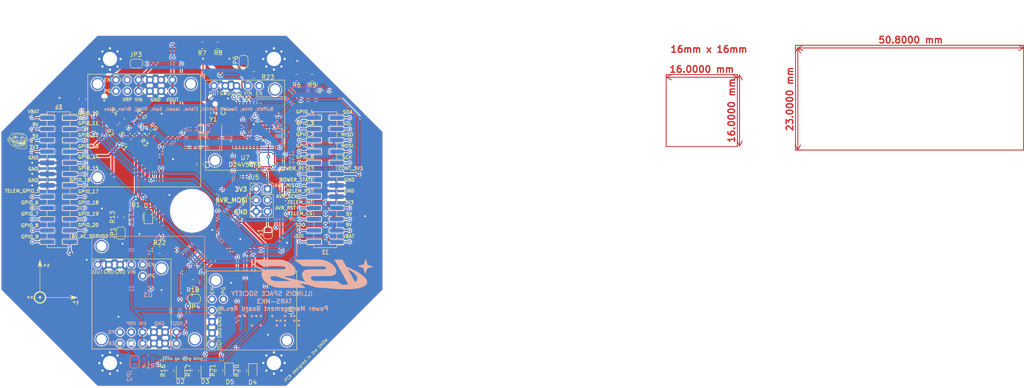
<source format=kicad_pcb>
(kicad_pcb (version 20211014) (generator pcbnew)
  (layers (0 "F.Cu" signal) (31 "B.Cu" signal) (34 "B.Paste" user) (35 "F.Paste" user) (36 "B.SilkS" user "B.Silkscreen") (37 "F.SilkS" user "F.Silkscreen") (38 "B.Mask" user) (39 "F.Mask" user) (44 "Edge.Cuts" user))
  (net 0 "")
  (net 1 "Net-(C1-Pad1)")
  (net 2 "/TELEM_GPIO_1")
  (net 3 "GND")
  (net 4 "/TELEM_GPIO_2")
  (net 5 "Net-(C2-Pad1)")
  (net 6 "/TELEM_GPIO_3")
  (net 7 "3V3")
  (net 8 "/TELEM_GPIO_4")
  (net 9 "Net-(D1-Pad2)")
  (net 10 "/TELEM_GPIO_5")
  (net 11 "/B2B_GPIO_6")
  (net 12 "/B2B_I2C_SDA")
  (net 13 "/B2B_GPIO_7")
  (net 14 "/B2B_I2C_SCL")
  (net 15 "/B2B_GPIO_8")
  (net 16 "/B2B_GPIO_9")
  (net 17 "/B2B_GPIO_10")
  (net 18 "/B2B_GPIO_11")
  (net 19 "/B2B_UART_SDI")
  (net 20 "/B2B_UART_SDO")
  (net 21 "/TELEM_CS")
  (net 22 "/TELEM_INT")
  (net 23 "/TELEM_RST")
  (net 24 "/POWER_STATE")
  (net 25 "/POWER_RESET")
  (net 26 "/B2B_GPIO_12")
  (net 27 "/B2B_GPIO_13")
  (net 28 "/B2B_GPIO_14")
  (net 29 "/B2B_GPIO_15")
  (net 30 "/B2B_GPIO_16")
  (net 31 "/B2B_GPIO_17")
  (net 32 "/B2B_GPIO_18")
  (net 33 "/B2B_GPIO_19")
  (net 34 "/B2B_GPIO_20")
  (net 35 "Net-(D2-Pad1)")
  (net 36 "/LED0")
  (net 37 "Net-(D3-Pad1)")
  (net 38 "/LED1")
  (net 39 "Net-(D4-Pad2)")
  (net 40 "Net-(D5-Pad2)")
  (net 41 "VBAT")
  (net 42 "9V")
  (net 43 "5V")
  (net 44 "/AVR_MISO")
  (net 45 "/AVR_SCK")
  (net 46 "/AVR_MOSI")
  (net 47 "/AVR_RST")
  (net 48 "Net-(JP1-Pad2)")
  (net 49 "Net-(JP2-Pad1)")
  (net 50 "/6V_AC_SERVO1_EN")
  (net 51 "Net-(JP3-Pad1)")
  (net 52 "Net-(JP4-Pad1)")
  (net 53 "/3V3_EN")
  (net 54 "Net-(JP5-Pad1)")
  (net 55 "Net-(JP6-Pad1)")
  (net 56 "/5V_EN")
  (net 57 "/VBAT_MONITOR")
  (net 58 "/9V_MONITOR")
  (net 59 "6V_AC_SERVO1")
  (net 60 "/6V_AC_SERVO1_MONITOR")
  (net 61 "6V_AC_SERVO2")
  (net 62 "/6V_AC_SERVO2_MONITOR")
  (net 63 "/5V_MONITOR")
  (net 65 "/9V_EN")
  (net 76 "/6V_AC_SERVO2_EN")
  (footprint "Diode_SMD:D_0805_2012Metric" (layer "F.Cu") (at 86.14 162.9775 -90)
    (fp_text reference "D5")
    (fp_text value "LED")
  )
  (footprint "MountingHole:MountingHole_3.2mm_M3_Pad_Via" (layer "F.Cu") (at 59.36 161.28)
    (fp_text reference "REF**" hide)
    (fp_text value "MountingHole_3.2mm_M3_Pad_Via")
  )
  (footprint "D24V50F5:D24V50F5" (layer "F.Cu") (at 89.75 117.85 180)
    (fp_text reference "U7")
    (fp_text value "D24V50F5")
  )
  (footprint "D36V28F3:D36V28F3" (layer "F.Cu") (at 101.36 149.42 -90)
    (fp_text reference "U5")
    (fp_text value "D36V28F9")
  )
  (footprint "LED_SMD:LED_0805_2012Metric" (layer "F.Cu") (at 80.8 162.97 90)
    (fp_text reference "D3")
    (fp_text value "ORANGE")
  )
  (footprint "Connector_PinHeader_2.54mm:PinHeader_2x12_P2.54mm_Vertical_SMD" (layer "F.Cu") (at 107.791 119.98 180)
    (fp_text reference "J1")
    (fp_text value "Conn_02x12_Odd_Even")
  )
  (footprint "LED_SMD:LED_0805_2012Metric" (layer "F.Cu") (at 75.23 162.97 90)
    (fp_text reference "D2")
    (fp_text value "GREEN")
  )
  (footprint "MountingHole:MountingHole_3.2mm_M3_Pad_Via" (layer "F.Cu") (at 96.24 92.78)
    (fp_text reference "REF**" hide)
    (fp_text value "MountingHole_3.2mm_M3_Pad_Via")
  )
  (footprint "Resistor_SMD:R_0805_2012Metric" (layer "F.Cu") (at 65.191 109.78 135)
    (fp_text reference "R3")
    (fp_text value "200kOhm")
  )
  (footprint "Capacitor_SMD:C_0805_2012Metric" (layer "F.Cu") (at 79.6 116.5 -90)
    (fp_text reference "C1")
    (fp_text value "LOAD_C")
  )
  (footprint "Jumper:SolderJumper-2_P1.3mm_Open_RoundedPad1.0x1.5mm" (layer "F.Cu") (at 65.3 93.8)
    (fp_text reference "JP3")
    (fp_text value "Jumper_2_Open")
  )
  (footprint "Resistor_SMD:R_0805_2012Metric" (layer "F.Cu") (at 89.37 163.05 90)
    (fp_text reference "R20")
    (fp_text value "1k")
  )
  (footprint "Resistor_SMD:R_0805_2012Metric" (layer "F.Cu") (at 64.836235 106.325235 135)
    (fp_text reference "R10")
    (fp_text value "100kOhm")
  )
  (footprint "Resistor_SMD:R_0805_2012Metric" (layer "F.Cu") (at 101.35 97.01 180)
    (fp_text reference "R6")
    (fp_text value "100kOhm")
  )
  (footprint "Package_QFP:TQFP-32_7x7mm_P0.8mm" (layer "F.Cu") (at 90.1 107.7)
    (fp_text reference "U2")
    (fp_text value "ATmega328P-A")
  )
  (footprint "Resistor_SMD:R_0805_2012Metric" (layer "F.Cu") (at 72.93 163 90)
    (fp_text reference "R16")
    (fp_text value "150Ω")
  )
  (footprint "LED_SMD:LED_0805_2012Metric" (layer "F.Cu") (at 91.49 163.0875 -90)
    (fp_text reference "D4")
    (fp_text value "LED")
  )
  (footprint "Diode_SMD:D_0805_2012Metric" (layer "F.Cu") (at 68 128.2 90)
    (fp_text reference "D1")
    (fp_text value "D")
  )
  (footprint "Resistor_SMD:R_0805_2012Metric" (layer "F.Cu") (at 60.491 108.28 135)
    (fp_text reference "R2")
    (fp_text value "100kOhm")
  )
  (footprint "Resistor_SMD:R_0805_2012Metric" (layer "F.Cu") (at 91.6925 96.38)
    (fp_text reference "R23")
    (fp_text value "100kOhm")
  )
  (footprint "D36V28F3:D36V28F3" (layer "F.Cu") (at 64.2 158.13 180)
    (fp_text reference "U6")
    (fp_text value "D36V28F3")
  )
  (footprint "Jumper:SolderJumper-2_P1.3mm_Open_RoundedPad1.0x1.5mm" (layer "F.Cu") (at 89.41 93.38 90)
    (fp_text reference "JP6")
    (fp_text value "Jumper_2_Open")
  )
  (footprint "Resistor_SMD:R_0805_2012Metric" (layer "F.Cu") (at 61.8 128.4 -90)
    (fp_text reference "R13")
    (fp_text value "100kOhm")
  )
  (footprint "Capacitor_SMD:C_0805_2012Metric" (layer "F.Cu") (at 82.7 105 90)
    (fp_text reference "C2")
    (fp_text value "LOAD_C")
  )
  (footprint "memes:troll" (layer "F.Cu") (at 38.58 111.29)
    (fp_text reference "G***" hide)
    (fp_text value "LOGO" hide)
  )
  (footprint "Resistor_SMD:R_0805_2012Metric" (layer "F.Cu") (at 83.6 89.7)
    (fp_text reference "R8")
    (fp_text value "100kOhm")
  )
  (footprint "Package_TO_SOT_SMD:SOT-23-5" (layer "F.Cu") (at 65.2 128.4 90)
    (fp_text reference "U1")
    (fp_text value "LK112M33TR")
  )
  (footprint "Resistor_SMD:R_0805_2012Metric" (layer "F.Cu") (at 70.5 135.8)
    (fp_text reference "R22")
    (fp_text value "100kOhm")
  )
  (footprint "Resistor_SMD:R_0805_2012Metric" (layer "F.Cu") (at 80.1 89.7)
    (fp_text reference "R7")
    (fp_text value "100kOhm")
  )
  (footprint "Resistor_SMD:R_0805_2012Metric" (layer "F.Cu") (at 67.936235 109.425235 135)
    (fp_text reference "R9")
    (fp_text value "100kOhm")
  )
  (footprint "Jumper:SolderJumper-2_P1.3mm_Open_RoundedPad1.0x1.5mm" (layer "F.Cu") (at 61.8 132 90)
    (fp_text reference "JP1")
    (fp_text value "Jumper_2_Open")
  )
  (footprint "MountingHole:MountingHole_3.2mm_M3_Pad_Via" (layer "F.Cu") (at 96.24 161.27)
    (fp_text reference "REF**" hide)
    (fp_text value "MountingHole_3.2mm_M3_Pad_Via")
  )
  (footprint "Resistor_SMD:R_0805_2012Metric" (layer "F.Cu") (at 62.045765 106.734765 135)
    (fp_text reference "R4")
    (fp_text value "100kOhm")
  )
  (footprint "memes:axes" (layer "F.Cu") (at 47.2 142.9)
    (fp_text reference "G***" hide)
    (fp_text value "LOGO" hide)
  )
  (footprint "MountingHole:MountingHole_3.2mm_M3_Pad_Via" (layer "F.Cu") (at 59.35 92.78)
    (fp_text reference "REF**" hide)
    (fp_text value "MountingHole_3.2mm_M3_Pad_Via")
  )
  (footprint "D36V50F6:D36V50F6-TARS" (layer "F.Cu") (at 79.756 96.2086 180)
    (fp_text reference "U4")
    (fp_text value "D36V50F6")
  )
  (footprint "Resistor_SMD:R_0805_2012Metric" (layer "F.Cu") (at 104.85 97.01 180)
    (fp_text reference "R5")
    (fp_text value "100kOhm")
  )
  (footprint "Resistor_SMD:R_0805_2012Metric" (layer "F.Cu") (at 84.01 162.9525 -90)
    (fp_text reference "R21")
    (fp_text value "1k")
  )
  (footprint "Connector_PinSocket_2.54mm:PinSocket_2x03_P2.54mm_Vertical" (layer "F.Cu") (at 94.781 122.055)
    (fp_text reference "J5")
    (fp_text value "AVRISP")
  )
  (footprint "Crystal:Crystal_SMD_5032-2Pin_5.0x3.2mm" (layer "F.Cu") (at 82.7 110.3 90)
    (fp_text reference "Y1")
    (fp_text value "8Mhz")
  )
  (footprint "Jumper:SolderJumper-2_P1.3mm_Open_RoundedPad1.0x1.5mm" (layer "F.Cu") (at 78.3 146.8 180)
    (fp_text reference "JP4")
    (fp_text value "Jumper_2_Open")
  )
  (footprint "Connector_PinHeader_2.54mm:PinHeader_2x12_P2.54mm_Vertical_SMD" (layer "F.Cu") (at 47.791 119.98)
    (fp_text reference "J3")
    (fp_text value "Conn_02x12_Odd_Even")
  )
  (footprint "Jumper:SolderJumper-2_P1.3mm_Open_RoundedPad1.0x1.5mm" (layer "F.Cu") (at 94.92 131.92 90)
    (fp_text reference "S1")
    (fp_text value "Reset")
  )
  (footprint "Resistor_SMD:R_0805_2012Metric" (layer "F.Cu") (at 53.16 101.8175 -90)
    (fp_text reference "R15")
    (fp_text value "100kOhm")
  )
  (footprint "Resistor_SMD:R_0805_2012Metric" (layer "F.Cu") (at 78.55 162.97 90)
    (fp_text reference "R17")
    (fp_text value "150Ω")
  )
  (footprint "Resistor_SMD:R_0805_2012Metric" (layer "F.Cu") (at 78 143.2 180)
    (fp_text reference "R19")
    (fp_text value "100kOhm")
  )
  (footprint "Resistor_SMD:R_0805_2012Metric" (layer "F.Cu") (at 63.591 111.38 135)
    (fp_text reference "R1")
    (fp_text value "200kOhm")
  )
  (footprint "Connector_PinHeader_2.54mm:PinHeader_2x12_P2.54mm_Vertical_SMD" (layer "B.Cu") (at 107.791 119.98)
    (fp_text reference "J2")
    (fp_text value "Conn_02x12_Odd_Even")
  )
  (footprint "Connector_PinHeader_2.54mm:PinHeader_2x12_P2.54mm_Vertical_SMD" (layer "B.Cu") (at 47.791 119.98 180)
    (fp_text reference "J4")
    (fp_text value "Conn_02x12_Odd_Even")
  )
  (footprint "Resistor_SMD:R_0805_2012Metric" (layer "B.Cu") (at 98.8 109.2 -90)
    (fp_text reference "R18")
    (fp_text value "10k")
  )
  (footprint "Jumper:SolderJumper-2_P1.3mm_Open_RoundedPad1.0x1.5mm" (layer "B.Cu") (at 80.4 108.5)
    (fp_text reference "JP5")
    (fp_text value "Jumper_2_Open")
  )
  (footprint "D36V50F6:D36V50F6-TARS" (layer "B.Cu") (at 80.66 158.13 180)
    (fp_text reference "U3")
    (fp_text value "D36V50F6")
  )
  (footprint "Jumper:SolderJumper-2_P1.3mm_Open_RoundedPad1.0x1.5mm" (layer "B.Cu") (at 64.9 161 -90)
    (fp_text reference "JP2")
    (fp_text value "Jumper_2_Open")
  )
  (footprint "ISS_LOGO:ISS_LOGO_extreme small" (layer "B.Cu") (at 105.129121 141.331764 180)
    (fp_text reference "G***" hide)
    (fp_text value "LOGO" hide)
  )
  (footprint "Resistor_SMD:R_0805_2012Metric" (layer "B.Cu") (at 68 160.3)
    (fp_text reference "R14")
    (fp_text value "100kOhm")
  )
  (footprint "memes:TARS MK3" (layer "B.Cu") (at 95.12029 152.069735 180)
    (fp_text reference "G***" hide)
    (fp_text value "LOGO" hide)
  )
  (gr_rect (start 213.6 113.3) (end 264.9 89.7) (layer "F.Cu") (width 0.2) (fill none))
  (gr_rect (start 200.5 96.3) (end 184.5 112.5) (layer "F.Cu") (width 0.2) (fill none))
  (gr_line (start 34.802885 144.78626) (end 56.503663 166.51) (layer "Edge.Cuts") (width 0.01))
  (gr_line (start 120.779115 144.78626) (end 120.779115 109.17374) (layer "Edge.Cuts") (width 0.01))
  (gr_circle (center 59.348464 92.732718) (end 60.898464 92.732718) (layer "Edge.Cuts") (width 0.01) (fill none))
  (gr_line (start 56.503663 87.45) (end 34.802885 109.17374) (layer "Edge.Cuts") (width 0.01))
  (gr_circle (center 77.791 126.98) (end 82.6035 126.98) (layer "Edge.Cuts") (width 0.01) (fill none))
  (gr_circle (center 59.348464 161.227282) (end 60.898464 161.227282) (layer "Edge.Cuts") (width 0.01) (fill none))
  (gr_line (start 99.078337 166.51) (end 120.779115 144.78626) (layer "Edge.Cuts") (width 0.01))
  (gr_line (start 34.802885 109.17374) (end 34.802885 144.78626) (layer "Edge.Cuts") (width 0.01))
  (gr_line (start 99.078337 166.51) (end 56.503663 166.51) (layer "Edge.Cuts") (width 0.01))
  (gr_circle (center 96.233536 92.732718) (end 97.783536 92.732718) (layer "Edge.Cuts") (width 0.01) (fill none))
  (gr_line (start 120.779115 109.17374) (end 99.078337 87.45) (layer "Edge.Cuts") (width 0.01))
  (gr_circle (center 96.233536 161.227282) (end 97.783536 161.227282) (layer "Edge.Cuts") (width 0.01) (fill none))
  (gr_line (start 99.078337 87.45) (end 56.503663 87.45) (layer "Edge.Cuts") (width 0.01))
  (gr_text "16mm x 16mm" (at 194.1 90.6) (layer "F.Cu") (effects (font (size 1.5 1.5) (thickness 0.3))))
  (gr_text "ILLINOIS SPACE SOCIETY" (at 95.8 145.65) (layer "B.SilkS") (effects (font (size 1 1) (thickness 0.2)) (justify mirror)))
  (gr_text "Buffett, Arna, Daniel, Rohini, Eisha, Jason, Sam, Rishi, Brian, Alex" (at 77.07 104.06) (layer "B.SilkS") (effects (font (size 0.75 0.75)) (justify mirror)))
  (gr_text "TARS-MK3\nPower Management Board Rev.A\n" (at 96.35 148.2) (layer "B.SilkS") (effects (font (size 1 1) (thickness 0.2)) (justify mirror)))
  (gr_text "+z\n" (at 45 139.2) (layer "F.SilkS") (effects (font (size 0.75 0.75))))
  (gr_text "SDI" (at 102.03 132.67) (layer "F.SilkS") (effects (font (size 0.75 0.75))))
  (gr_text "GPIO_17" (at 54.483 122.6312) (layer "F.SilkS") (effects (font (size 0.75 0.75))))
  (gr_text "PCB designed in the SNOW" (at 103.45 160.62 45) (layer "F.SilkS") (effects (font (size 0.65 0.65) (thickness 0.1))))
  (gr_text "3V3" (at 42.232857 112.6) (layer "F.SilkS") (effects (font (size 0.75 0.75))))
  (gr_text "6V_AC_SERVO2" (at 54.8386 132.715) (layer "F.SilkS") (effects (font (size 0.75 0.75))))
  (gr_text "GND" (at 113.16 122.48) (layer "F.SilkS") (effects (font (size 0.75 0.75))))
  (gr_text "GND" (at 42.125715 115.01) (layer "F.SilkS") (effects (font (size 0.75 0.75))))
  (gr_text "SDL" (at 112.75 107.27) (layer "F.SilkS") (effects (font (size 0.75 0.75))))
  (gr_text "SDO" (at 102.16 130.19) (layer "F.SilkS") (effects (font (size 0.75 0.75))))
  (gr_text "3V3" (at 88.8 122.14) (layer "F.SilkS") (effects (font (size 1 1) (thickness 0.2))))
  (gr_text "AVR_SCK" (at 99.14 123.74) (layer "F.SilkS") (effects (font (size 0.75 0.75))))
  (gr_text "MISO" (at 112.75 109.83) (layer "F.SilkS") (effects (font (size 0.75 0.75))))
  (gr_text "TELEM_INT" (at 102.16 125.08) (layer "F.SilkS") (effects (font (size 0.75 0.75))))
  (gr_text "GPIO_13" (at 54.483 112.4712) (layer "F.SilkS") (effects (font (size 0.75 0.75))))
  (gr_text "GND" (at 113.22 120.01) (layer "F.SilkS") (effects (font (size 0.75 0.75))))
  (gr_text "GPIO_15" (at 54.483 117.3734) (layer "F.SilkS") (effects (font (size 0.75 0.75))))
  (gr_text "MOSI" (at 112.76 112.38) (layer "F.SilkS") (effects (font (size 0.75 0.75))))
  (gr_text "GPIO_9" (at 41.304286 132.81) (layer "F.SilkS") (effects (font (size 0.75 0.75))))
  (gr_text "9V" (at 42.59 107.56) (layer "F.SilkS") (effects (font (size 0.75 0.75))))
  (gr_text "5V" (at 113.13 127.67) (layer "F.SilkS") (effects (font (size 0.75 0.75))))
  (gr_text "3V3" (at 113.13 125.1) (layer "F.SilkS") (effects (font (size 0.75 0.75))))
  (gr_text "GPIO_16" (at 52.6796 120.015) (layer "F.SilkS") (effects (font (size 0.75 0.75))))
  (gr_text "GND" (at 42.125715 117.55) (layer "F.SilkS") (effects (font (size 0.75 0.75))))
  (gr_text "+x" (at 41.3 146.4) (layer "F.SilkS") (effects (font (size 0.75 0.75))))
  (gr_text "VBAT" (at 113.04 132.72) (layer "F.SilkS") (effects (font (size 0.75 0.75))))
  (gr_text "AVR_RST" (at 98.86 126.34) (layer "F.SilkS") (effects (font (size 0.75 0.75))))
  (gr_text "GPIO_6" (at 41.304286 125.13) (layer "F.SilkS") (effects (font (size 0.75 0.75))))
  (gr_text "GPIO_4" (at 103.2 104.68) (layer "F.SilkS") (effects (font (size 0.75 0.75))))
  (gr_text "GPIO_1" (at 103.22 112.34) (layer "F.SilkS") (effects (font (size 0.75 0.75))))
  (gr_text "POWER_STATE" (at 101.35 119.99) (layer "F.SilkS") (effects (font (size 0.75 0.75))))
  (gr_text "LEDs go bing bing" (at 75.675 160.25) (layer "F.SilkS") (effects (font (size 0.65 0.65) (thickness 0.1))))
  (gr_text "GPIO_10" (at 54.483 104.9954) (layer "F.SilkS") (effects (font (size 0.75 0.75))))
  (gr_text "TELEM_CS" (at 102.16 127.58) (layer "F.SilkS") (effects (font (size 0.75 0.75))))
  (gr_text "GPIO_3" (at 103.2 107.26) (layer "F.SilkS") (effects (font (size 0.75 0.75))))
  (gr_text "GND" (at 42.125715 120.12) (layer "F.SilkS") (effects (font (size 0.75 0.75))))
  (gr_text "GPIO_19" (at 54.483 127.6604) (layer "F.SilkS") (effects (font (size 0.75 0.75))))
  (gr_text "GPIO_0" (at 103.2 114.88) (layer "F.SilkS") (effects (font (size 0.75 0.75))))
  (gr_text "TELEM_RST" (at 102.1 122.53) (layer "F.SilkS") (effects (font (size 0.75 0.75))))
  (gr_text "GPIO_14" (at 54.483 114.8588) (layer "F.SilkS") (effects (font (size 0.75 0.75))))
  (gr_text "5V" (at 42.59 110.13) (layer "F.SilkS") (effects (font (size 0.75 0.75))))
  (gr_text "AVR_MOSI" (at 86.76 124.6) (layer "F.SilkS") (effects (font (size 1 1) (thickness 0.2))))
  (gr_text "VBAT" (at 42.164 104.648) (layer "F.SilkS") (effects (font (size 0.75 0.75))))
  (gr_text "POWER_RESET" (at 101.24 117.46) (layer "F.SilkS") (effects (font (size 0.75 0.75))))
  (gr_text "GPIO_7" (at 41.304286 127.66) (layer "F.SilkS") (effects (font (size 0.75 0.75))))
  (gr_text "SDA" (at 112.82 104.77) (layer "F.SilkS") (effects (font (size 0.75 0.75))))
  (gr_text "CONT_3V3" (at 113.5 117.43) (layer "F.SilkS") (effects (font (size 0.75 0.75))))
  (gr_text "GPIO_8" (at 41.304286 130.29) (layer "F.SilkS") (effects (font (size 0.75 0.75))))
  (gr_text "GND" (at 88.76 127.26) (layer "F.SilkS") (effects (font (size 1 1) (thickness 0.2))))
  (gr_text "TELEM_GPIO_5" (at 39.624 122.5) (layer "F.SilkS") (effects (font (size 0.75 0.75))))
  (gr_text "AVR_MISO" (at 99.04 121.26) (layer "F.SilkS") (effects (font (size 0.75 0.75))))
  (gr_text "9V" (at 113.07 130.13) (layer "F.SilkS") (effects (font (size 0.75 0.75))))
  (gr_text "GPIO_18" (at 54.483 125.1458) (layer "F.SilkS") (effects (font (size 0.75 0.75))))
  (gr_text "GPIO_2" (at 103.22 109.8) (layer "F.SilkS") (effects (font (size 0.75 0.75))))
  (gr_text "GPIO_20" (at 54.483 130.175) (layer "F.SilkS") (effects (font (size 0.75 0.75))))
  (gr_text "GPIO_11\n" (at 54.483 107.2554) (layer "F.SilkS") (effects (font (size 0.75 0.75))))
  (gr_text "SCK" (at 112.73 114.93) (layer "F.SilkS") (effects (font (size 0.75 0.75))))
  (gr_text "GPIO_12\n\n" (at 54.483 110.5154) (layer "F.SilkS") (effects (font (size 0.75 0.75))))
  (gr_text "+y" (at 51.6 147.5) (layer "F.SilkS") (effects (font (size 0.75 0.75))))
  (dimension (type aligned) (layer "F.Cu") (pts (xy 201 112.4) (xy 201 96.4)) (height 0) (gr_text "16.0000 mm" (at 199.2 104.4 90) (layer "F.Cu") (effects (font (size 1.5 1.5) (thickness 0.3)))) (format (units 3) (units_format 1) (precision 4)) (style (thickness 0.2) (arrow_length 1.27) (text_position_mode 0) (extension_height 0.58642) (extension_offset 0.5) keep_text_aligned))
  (dimension (type aligned) (layer "F.Cu") (pts (xy 184.5 96.9) (xy 200.5 96.9)) (height 0) (gr_text "16.0000 mm" (at 192.5 95.1) (layer "F.Cu") (effects (font (size 1.5 1.5) (thickness 0.3)))) (format (units 3) (units_format 1) (precision 4)) (style (thickness 0.2) (arrow_length 1.27) (text_position_mode 0) (extension_height 0.58642) (extension_offset 0.5) keep_text_aligned))
  (dimension (type aligned) (layer "F.Cu") (pts (xy 214.1 90.3) (xy 264.9 90.3)) (height 0) (gr_text "50.8000 mm" (at 239.5 88.5) (layer "F.Cu") (effects (font (size 1.5 1.5) (thickness 0.3)))) (format (units 3) (units_format 1) (precision 4)) (style (thickness 0.2) (arrow_length 1.27) (text_position_mode 0) (extension_height 0.58642) (extension_offset 0.5) keep_text_aligned))
  (dimension (type aligned) (layer "F.Cu") (pts (xy 214.1 113.3) (xy 214.1 90.3)) (height 0) (gr_text "23.0000 mm" (at 212.3 101.8 90) (layer "F.Cu") (effects (font (size 1.5 1.5) (thickness 0.3)))) (format (units 3) (units_format 1) (precision 4)) (style (thickness 0.2) (arrow_length 1.27) (text_position_mode 0) (extension_height 0.58642) (extension_offset 0.5) keep_text_aligned))
  (segment (start 85.85 110.5) (end 84.35 110.5) (width 0.25) (layer "F.Cu") (net 1))
  (segment (start 82.7 112.15) (end 81.05 112.15) (width 0.25) (layer "F.Cu") (net 1))
  (segment (start 81.05 112.15) (end 79.6 113.6) (width 0.25) (layer "F.Cu") (net 1))
  (segment (start 84.35 110.5) (end 82.7 112.15) (width 0.25) (layer "F.Cu") (net 1))
  (segment (start 79.6 113.6) (end 79.6 115.55) (width 0.25) (layer "F.Cu") (net 1))
  (segment (start 102.001 116.17) (end 105.266 116.17) (width 0.25) (layer "F.Cu") (net 2))
  (via (at 102.001 116.17) (size 0.8) (drill 0.4) (layers "F.Cu" "B.Cu") (net 2))
  (segment (start 105.266 116.17) (end 102.001 116.17) (width 0.25) (layer "B.Cu") (net 2))
  (segment (start 41.8592 121.2596) (end 41.8688 121.25) (width 0.25) (layer "F.Cu") (net 3))
  (segment (start 41.8688 121.25) (end 45.266 121.25) (width 0.25) (layer "F.Cu") (net 3))
  (segment (start 41.8688 116.17) (end 45.266 116.17) (width 0.25) (layer "F.Cu") (net 3))
  (segment (start 41.8592 116.1796) (end 41.8688 116.17) (width 0.25) (layer "F.Cu") (net 3))
  (segment (start 41.9004 118.71) (end 41.8592 118.6688) (width 0.25) (layer "F.Cu") (net 3))
  (segment (start 45.266 118.71) (end 41.9004 118.71) (width 0.25) (layer "F.Cu") (net 3))
  (via (at 48.01 101.53) (size 0.8) (drill 0.4) (layers "F.Cu" "B.Cu") (net 3))
  (via (at 82.363 131.298) (size 0.8) (drill 0.4) (layers "F.Cu" "B.Cu") (net 3))
  (via (at 91.7 107.5) (size 0.8) (drill 0.4) (layers "F.Cu" "B.Cu") (net 3))
  (via (at 99.2 134.2) (size 0.8) (drill 0.4) (layers "F.Cu" "B.Cu") (net 3))
  (via (at 73.53 115.33) (size 0.8) (drill 0.4) (layers "F.Cu" "B.Cu") (net 3))
  (via (at 41.8592 121.2596) (size 0.8) (drill 0.4) (layers "F.Cu" "B.Cu") (net 3))
  (via (at 70.96 144.84) (size 0.8) (drill 0.4) (layers "F.Cu" "B.Cu") (net 3))
  (via (at 72.711 123.424) (size 0.8) (drill 0.4) (layers "F.Cu" "B.Cu") (net 3))
  (via (at 70.97 105.12) (size 0.8) (drill 0.4) (layers "F.Cu" "B.Cu") (net 3))
  (via (at 116.73 128.21) (size 0.8) (drill 0.4) (layers "F.Cu" "B.Cu") (net 3))
  (via (at 88.68 133.35) (size 0.8) (drill 0.4) (layers "F.Cu" "B.Cu") (net 3))
  (via (at 54.12 138.03) (size 0.8) (drill 0.4) (layers "F.Cu" "B.Cu") (net 3))
  (via (at 62.2 134.4) (size 0.8) (drill 0.4) (layers "F.Cu" "B.Cu") (net 3))
  (via (at 41.8592 118.6688) (size 0.8) (drill 0.4) (layers "F.Cu" "B.Cu") (net 3))
  (via (at 101.49 93.21) (size 0.8) (drill 0.4) (layers "F.Cu" "B.Cu") (net 3))
  (via (at 61.25 150.86) (size 0.8) (drill 0.4) (layers "F.Cu" "B.Cu") (net 3))
  (via (at 66 132.2) (size 0.8) (drill 0.4) (layers "F.Cu" "B.Cu") (net 3))
  (via (at 94.89 154.91) (size 0.8) (drill 0.4) (layers "F.Cu" "B.Cu") (net 3))
  (via (at 41.8592 116.1796) (size 0.8) (drill 0.4) (layers "F.Cu" "B.Cu") (net 3))
  (via (at 57.52 126.47) (size 0.8) (drill 0.4) (layers "F.Cu" "B.Cu") (net 3))
  (via (at 86.61 143.22) (size 0.8) (drill 0.4) (layers "F.Cu" "B.Cu") (net 3))
  (segment (start 45.266 116.17) (end 45.266 118.71) (width 0.25) (layer "B.Cu") (net 3))
  (segment (start 41.8592 118.6688) (end 41.9004 118.71) (width 0.25) (layer "B.Cu") (net 3))
  (segment (start 41.8688 116.17) (end 41.8592 116.1796) (width 0.25) (layer "B.Cu") (net 3))
  (segment (start 45.266 118.71) (end 45.266 121.25) (width 0.25) (layer "B.Cu") (net 3))
  (segment (start 41.9004 118.71) (end 45.266 118.71) (width 0.25) (layer "B.Cu") (net 3))
  (segment (start 45.266 116.17) (end 41.8688 116.17) (width 0.25) (layer "B.Cu") (net 3))
  (segment (start 41.8688 121.25) (end 41.8592 121.2596) (width 0.25) (layer "B.Cu") (net 3))
  (segment (start 45.266 121.25) (end 41.8688 121.25) (width 0.25) (layer "B.Cu") (net 3))
  (segment (start 105.266 113.63) (end 102.001 113.63) (width 0.25) (layer "F.Cu") (net 4))
  (via (at 102.001 113.63) (size 0.8) (drill 0.4) (layers "F.Cu" "B.Cu") (net 4))
  (segment (start 102.001 113.63) (end 105.266 113.63) (width 0.25) (layer "B.Cu") (net 4))
  (segment (start 83.95 109.7) (end 82.7 108.45) (width 0.25) (layer "F.Cu") (net 5))
  (segment (start 82.7 108.45) (end 82.7 105.95) (width 0.25) (layer "F.Cu") (net 5))
  (segment (start 85.85 109.7) (end 83.95 109.7) (width 0.25) (layer "F.Cu") (net 5))
  (segment (start 102.001 111.09) (end 105.266 111.09) (width 0.25) (layer "F.Cu") (net 6))
  (via (at 102.001 111.09) (size 0.8) (drill 0.4) (layers "F.Cu" "B.Cu") (net 6))
  (segment (start 105.266 111.09) (end 102.001 111.09) (width 0.25) (layer "B.Cu") (net 6))
  (segment (start 97.52 97.22) (end 102.28 101.98) (width 0.5) (layer "F.Cu") (net 7))
  (segment (start 92.2 108.1) (end 94.35 108.1) (width 0.25) (layer "F.Cu") (net 7))
  (segment (start 110.129 126.33) (end 113.244 126.33) (width 0.25) (layer "F.Cu") (net 7))
  (segment (start 55.7784 105.4784) (end 55.7784 105.5116) (width 0.5) (layer "F.Cu") (net 7))
  (segment (start 87.84 157.86) (end 87.84 157.88) (width 0.25) (layer "F.Cu") (net 7))
  (segment (start 58.5537 137.1413) (end 56.57 139.125) (width 0.5) (layer "F.Cu") (net 7))
  (segment (start 68 133.6) (end 65.805 135.795) (width 0.25) (layer "F.Cu") (net 7))
  (segment (start 115.229 122.351) (end 115.229 118.711) (width 0.5) (layer "F.Cu") (net 7))
  (segment (start 102.28 101.98) (end 102.31 101.98) (width 0.5) (layer "F.Cu") (net 7))
  (segment (start 93.445 97.22) (end 97.52 97.22) (width 0.5) (layer "F.Cu") (net 7))
  (segment (start 58.99 114.63) (end 42.8496 114.63) (width 0.5) (layer "F.Cu") (net 7))
  (segment (start 77.0875 143.2) (end 77.0875 141.1125) (width 0.5) (layer "F.Cu") (net 7))
  (segment (start 87.84 157.86) (end 89.37 159.39) (width 0.5) (layer "F.Cu") (net 7))
  (segment (start 74.4 135.8) (end 71.4125 135.8) (width 0.5) (layer "F.Cu") (net 7))
  (segment (start 96.6 104.9) (end 97.3 105.6) (width 0.5) (layer "F.Cu") (net 7))
  (segment (start 94.4 134.699) (end 88.9505 129.2495) (width 0.5) (layer "F.Cu") (net 7))
  (segment (start 41.8688 113.63) (end 41.8592 113.6396) (width 0.25) (layer "F.Cu") (net 7))
  (segment (start 107.863 125.08) (end 112.5 125.08) (width 0.5) (layer "F.Cu") (net 7))
  (segment (start 94.35 144) (end 94.4 143.95) (width 0.5) (layer "F.Cu") (net 7))
  (segment (start 90.6 109.7) (end 89 108.1) (width 0.25) (layer "F.Cu") (net 7))
  (segment (start 96.25 108.1) (end 94.35 108.1) (width 0.5) (layer "F.Cu") (net 7))
  (segment (start 77.0875 141.1125) (end 78.9 139.3) (width 0.5) (layer "F.Cu") (net 7))
  (segment (start 78.9 139.3) (end 88.9505 129.2495) (width 0.5) (layer "F.Cu") (net 7))
  (segment (start 88.2 107.3) (end 85.85 107.3) (width 0.25) (layer "F.Cu") (net 7))
  (segment (start 88.2 108.9) (end 89 108.1) (width 0.25) (layer "F.Cu") (net 7))
  (segment (start 85.85 108.9) (end 88.2 108.9) (width 0.25) (layer "F.Cu") (net 7))
  (segment (start 60.765511 112.805489) (end 61.429 112.142) (width 0.25) (layer "F.Cu") (net 7))
  (segment (start 89 108.1) (end 88.2 107.3) (width 0.25) (layer "F.Cu") (net 7))
  (segment (start 42.8496 114.63) (end 41.8592 113.6396) (width 0.5) (layer "F.Cu") (net 7))
  (segment (start 110.316 118.71) (end 115.228 118.71) (width 0.5) (layer "F.Cu") (net 7))
  (segment (start 96.26 108.09) (end 96.25 108.1) (width 0.5) (layer "F.Cu") (net 7))
  (segment (start 61.429 112.142) (end 59.9 113.671) (width 0.5) (layer "F.Cu") (net 7))
  (segment (start 59.9 135.795) (end 58.5537 137.1413) (width 0.5) (layer "F.Cu") (net 7))
  (segment (start 59.9 113.671) (end 59.9 135.795) (width 0.5) (layer "F.Cu") (net 7))
  (segment (start 90.6 109.7) (end 92.2 108.1) (width 0.25) (layer "F.Cu") (net 7))
  (segment (start 53.16 102.73) (end 53.16 102.8932) (width 0.25) (layer "F.Cu") (net 7))
  (segment (start 109.113 126.33) (end 107.863 125.08) (width 0.5) (layer "F.Cu") (net 7))
  (segment (start 94.4 143.95) (end 94.4 134.699) (width 0.5) (layer "F.Cu") (net 7))
  (segment (start 68 129.1375) (end 68 133.6) (width 0.25) (layer "F.Cu") (net 7))
  (segment (start 65.805 135.795) (end 59.9 135.795) (width 0.25) (layer "F.Cu") (net 7))
  (segment (start 115.228 118.71) (end 115.229 118.711) (width 0.25) (layer "F.Cu") (net 7))
  (segment (start 59.9 113.72) (end 58.99 114.63) (width 0.5) (layer "F.Cu") (net 7))
  (segment (start 110.316 126.33) (end 109.113 126.33) (width 0.5) (layer "F.Cu") (net 7))
  (segment (start 112.5 125.08) (end 115.229 122.351) (width 0.5) (layer "F.Cu") (net 7))
  (segment (start 58.535 137.16) (end 58.5537 137.1413) (width 0.25) (layer "F.Cu") (net 7))
  (segment (start 45.266 113.63) (end 41.8688 113.63) (width 0.25) (layer "F.Cu") (net 7))
  (segment (start 92.605 96.38) (end 93.445 97.22) (width 0.5) (layer "F.Cu") (net 7))
  (segment (start 94.35 104.9) (end 96.6 104.9) (width 0.5) (layer "F.Cu") (net 7))
  (segment (start 89.37 159.39) (end 89.37 162.1375) (width 0.5) (layer "F.Cu") (net 7))
  (segment (start 94.35 109.7) (end 90.6 109.7) (width 0.25) (layer "F.Cu") (net 7))
  (segment (start 53.16 102.8932) (end 55.7784 105.5116) (width 0.5) (layer "F.Cu") (net 7))
  (segment (start 59.9 113.671) (end 59.9 113.72) (width 0.5) (layer "F.Cu") (net 7))
  (via (at 74.4 135.8) (size 0.8) (drill 0.4) (layers "F.Cu" "B.Cu") (net 7))
  (via (at 113.244 126.33) (size 0.8) (drill 0.4) (layers "F.Cu" "B.Cu") (net 7))
  (via (at 115.229 118.711) (size 1) (drill 0.4) (layers "F.Cu" "B.Cu") (net 7))
  (via (at 55.7784 105.5116) (size 1) (drill 0.4) (layers "F.Cu" "B.Cu") (net 7))
  (via (at 78.9 139.3) (size 0.8) (drill 0.4) (layers "F.Cu" "B.Cu") (net 7))
  (via (at 61.429 112.142) (size 1) (drill 0.4) (layers "F.Cu" "B.Cu") (net 7))
  (via (at 97.3 105.6) (size 1) (drill 0.4) (layers "F.Cu" "B.Cu") (net 7))
  (via (at 107.863 125.08) (size 1) (drill 0.4) (layers "F.Cu" "B.Cu") (net 7))
  (via (at 102.31 101.98) (size 1) (drill 0.4) (layers "F.Cu" "B.Cu") (net 7))
  (via (at 94.35 144) (size 0.8) (drill 0.4) (layers "F.Cu" "B.Cu") (net 7))
  (via (at 88.9505 129.2495) (size 0.8) (drill 0.4) (layers "F.Cu" "B.Cu") (net 7))
  (via (at 41.8592 113.6396) (size 0.8) (drill 0.4) (layers "F.Cu" "B.Cu") (net 7))
  (via (at 87.84 157.86) (size 0.8) (drill 0.4) (layers "F.Cu" "B.Cu") (net 7))
  (via (at 96.26 108.09) (size 0.8) (drill 0.4) (layers "F.Cu" "B.Cu") (net 7))
  (segment (start 85.4 160.3) (end 68.9125 160.3) (width 0.5) (layer "B.Cu") (net 7))
  (segment (start 115.229 118.559) (end 115.229 118.711) (width 0.25) (layer "B.Cu") (net 7))
  (segment (start 74.4 135.8) (end 75.4 135.8) (width 0.5) (layer "B.Cu") (net 7))
  (segment (start 111.6 102) (end 115.229 105.629) (width 0.5) (layer "B.Cu") (net 7))
  (segment (start 101.6 125.08) (end 99.939511 126.740489) (width 0.5) (layer "B.Cu") (net 7))
  (segment (start 99.939511 128.060489) (end 98.7505 129.2495) (width 0.5) (layer "B.Cu") (net 7))
  (segment (start 55.7784 105.5116) (end 55.7784 105.5784) (width 0.5) (layer "B.Cu") (net 7))
  (segment (start 94.375 151.325) (end 87.84 157.86) (width 0.5) (layer "B.Cu") (net 7))
  (segment (start 113.244 126.33) (end 110.129 126.33) (width 0.25) (layer "B.Cu") (net 7))
  (segment (start 78.299 118.598) (end 67.885 118.598) (width 0.5) (layer "B.Cu") (net 7))
  (segment (start 110.316 118.71) (end 115.078 118.71) (width 0.5) (layer "B.Cu") (net 7))
  (segment (start 102.33 102) (end 111.6 102) (width 0.5) (layer "B.Cu") (net 7))
  (segment (start 75.4 135.8) (end 78.9 139.3) (width 0.5) (layer "B.Cu") (net 7))
  (segment (start 115.229 105.629) (end 115.229 118.559) (width 0.5) (layer "B.Cu") (net 7))
  (segment (start 99.939511 126.740489) (end 99.939511 128.060489) (width 0.5) (layer "B.Cu") (net 7))
  (segment (start 92.241 122.055) (end 87.061 127.235) (width 0.5) (layer "B.Cu") (net 7))
  (segment (start 94.375 144.025) (end 94.375 151.325) (width 0.5) (layer "B.Cu") (net 7))
  (segment (start 98.8 108.2875) (end 98.6125 108.1) (width 0.5) (layer "B.Cu") (net 7))
  (segment (start 97.3 107.05) (end 96.26 108.09) (width 0.5) (layer "B.Cu") (net 7))
  (segment (start 67.885 118.598) (end 61.429 112.142) (width 0.5) (layer "B.Cu") (net 7))
  (segment (start 102.29 102) (end 100.9 102) (width 0.5) (layer "B.Cu") (net 7))
  (segment (start 96.27 108.1) (end 96.26 108.09) (width 0.5) (layer "B.Cu") (net 7))
  (segment (start 115.078 118.71) (end 115.229 118.559) (width 0.25) (layer "B.Cu") (net 7))
  (segment (start 88.9505 129.2495) (end 86.936 127.235) (width 0.5) (layer "B.Cu") (net 7))
  (segment (start 98.7505 129.2495) (end 88.9505 129.2495) (width 0.5) (layer "B.Cu") (net 7))
  (segment (start 100.9 102) (end 97.3 105.6) (width 0.5) (layer "B.Cu") (net 7))
  (segment (start 98.6125 108.1) (end 96.27 108.1) (width 0.5) (layer "B.Cu") (net 7))
  (segment (start 94.35 144) (end 94.375 144.025) (width 0.5) (layer "B.Cu") (net 7))
  (segment (start 41.8688 113.63) (end 45.266 113.63) (width 0.25) (layer "B.Cu") (net 7))
  (segment (start 97.3 105.6) (end 97.3 107.05) (width 0.5) (layer "B.Cu") (net 7))
  (segment (start 55.7784 105.5784) (end 61.429 111.229) (width 0.5) (layer "B.Cu") (net 7))
  (segment (start 41.8592 113.6396) (end 41.8688 113.63) (width 0.25) (layer "B.Cu") (net 7))
  (segment (start 102.31 101.98) (end 102.33 102) (width 0.25) (layer "B.Cu") (net 7))
  (segment (start 87.061 127.235) (end 86.936 127.235) (width 0.25) (layer "B.Cu") (net 7))
  (segment (start 86.936 127.235) (end 78.299 118.598) (width 0.5) (layer "B.Cu") (net 7))
  (segment (start 87.84 157.86) (end 85.4 160.3) (width 0.5) (layer "B.Cu") (net 7))
  (segment (start 107.863 125.08) (end 101.6 125.08) (width 0.5) (layer "B.Cu") (net 7))
  (segment (start 61.429 111.229) (end 61.429 112.142) (width 0.5) (layer "B.Cu") (net 7))
  (segment (start 102.31 101.98) (end 102.29 102) (width 0.25) (layer "B.Cu") (net 7))
  (segment (start 105.266 108.55) (end 102.001 108.55) (width 0.25) (layer "F.Cu") (net 8))
  (via (at 102.001 108.55) (size 0.8) (drill 0.4) (layers "F.Cu" "B.Cu") (net 8))
  (segment (start 102.001 108.55) (end 105.266 108.55) (width 0.25) (layer "B.Cu") (net 8))
  (segment (start 68 127.2625) (end 66.15 127.2625) (width 0.25) (layer "F.Cu") (net 9))
  (segment (start 41.9196 123.79) (end 41.91 123.7996) (width 0.25) (layer "F.Cu") (net 10))
  (segment (start 45.266 123.79) (end 41.9196 123.79) (width 0.25) (layer "F.Cu") (net 10))
  (via (at 41.91 123.7996) (size 0.8) (drill 0.4) (layers "F.Cu" "B.Cu") (net 10))
  (segment (start 41.9196 123.79) (end 45.266 123.79) (width 0.25) (layer "B.Cu") (net 10))
  (segment (start 41.91 123.7996) (end 41.9196 123.79) (width 0.25) (layer "B.Cu") (net 10))
  (segment (start 41.91 126.3396) (end 41.9196 126.33) (width 0.25) (layer "F.Cu") (net 11))
  (segment (start 41.9196 126.33) (end 45.266 126.33) (width 0.25) (layer "F.Cu") (net 11))
  (via (at 41.91 126.3396) (size 0.8) (drill 0.4) (layers "F.Cu" "B.Cu") (net 11))
  (segment (start 41.9196 126.33) (end 41.91 126.3396) (width 0.25) (layer "B.Cu") (net 11))
  (segment (start 45.266 126.33) (end 41.9196 126.33) (width 0.25) (layer "B.Cu") (net 11))
  (segment (start 110.129 106.01) (end 113.244 106.01) (width 0.25) (layer "F.Cu") (net 12))
  (via (at 113.244 106.01) (size 0.8) (drill 0.4) (layers "F.Cu" "B.Cu") (net 12))
  (segment (start 113.244 106.01) (end 110.129 106.01) (width 0.25) (layer "B.Cu") (net 12))
  (segment (start 41.9196 128.87) (end 41.91 128.8796) (width 0.25) (layer "F.Cu") (net 13))
  (segment (start 45.266 128.87) (end 41.9196 128.87) (width 0.25) (layer "F.Cu") (net 13))
  (via (at 41.91 128.8796) (size 0.8) (drill 0.4) (layers "F.Cu" "B.Cu") (net 13))
  (segment (start 41.91 128.8796) (end 41.9196 128.87) (width 0.25) (layer "B.Cu") (net 13))
  (segment (start 41.9196 128.87) (end 45.266 128.87) (width 0.25) (layer "B.Cu") (net 13))
  (segment (start 113.244 108.55) (end 110.129 108.55) (width 0.25) (layer "F.Cu") (net 14))
  (via (at 113.244 108.55) (size 0.8) (drill 0.4) (layers "F.Cu" "B.Cu") (net 14))
  (segment (start 110.129 108.55) (end 113.244 108.55) (width 0.25) (layer "B.Cu") (net 14))
  (segment (start 41.9704 131.41) (end 45.266 131.41) (width 0.25) (layer "F.Cu") (net 15))
  (segment (start 41.9608 131.4196) (end 41.9704 131.41) (width 0.25) (layer "F.Cu") (net 15))
  (via (at 41.9608 131.4196) (size 0.8) (drill 0.4) (layers "F.Cu" "B.Cu") (net 15))
  (segment (start 41.9704 131.41) (end 41.9608 131.4196) (width 0.25) (layer "B.Cu") (net 15))
  (segment (start 45.266 131.41) (end 41.9704 131.41) (width 0.25) (layer "B.Cu") (net 15))
  (segment (start 45.266 133.95) (end 41.9704 133.95) (width 0.25) (layer "F.Cu") (net 16))
  (segment (start 41.9704 133.95) (end 41.9608 133.9596) (width 0.25) (layer "F.Cu") (net 16))
  (via (at 41.9608 133.9596) (size 0.8) (drill 0.4) (layers "F.Cu" "B.Cu") (net 16))
  (segment (start 41.9704 133.95) (end 45.266 133.95) (width 0.25) (layer "B.Cu") (net 16))
  (segment (start 41.9608 133.9596) (end 41.9704 133.95) (width 0.25) (layer "B.Cu") (net 16))
  (segment (start 53.6448 106.0196) (end 53.6352 106.01) (width 0.25) (layer "F.Cu") (net 17))
  (segment (start 53.6352 106.01) (end 50.316 106.01) (width 0.25) (layer "F.Cu") (net 17))
  (via (at 53.6448 106.0196) (size 0.8) (drill 0.4) (layers "F.Cu" "B.Cu") (net 17))
  (segment (start 50.316 106.01) (end 53.6352 106.01) (width 0.25) (layer "B.Cu") (net 17))
  (segment (start 53.6352 106.01) (end 53.6448 106.0196) (width 0.25) (layer "B.Cu") (net 17))
  (segment (start 50.316 108.55) (end 53.6544 108.55) (width 0.25) (layer "F.Cu") (net 18))
  (segment (start 53.6544 108.55) (end 53.6956 108.5088) (width 0.25) (layer "F.Cu") (net 18))
  (via (at 53.6956 108.5088) (size 0.8) (drill 0.4) (layers "F.Cu" "B.Cu") (net 18))
  (segment (start 53.6956 108.5088) (end 53.6544 108.55) (width 0.25) (layer "B.Cu") (net 18))
  (segment (start 53.6544 108.55) (end 50.316 108.55) (width 0.25) (layer "B.Cu") (net 18))
  (segment (start 105.266 133.95) (end 102.001 133.95) (width 0.25) (layer "F.Cu") (net 19))
  (segment (start 88.1 103.45) (end 88.1 102.3) (width 0.25) (layer "F.Cu") (net 19))
  (segment (start 101.97 137) (end 101.97 133.981) (width 0.25) (layer "F.Cu") (net 19))
  (segment (start 102.74 137.77) (end 101.97 137) (width 0.25) (layer "F.Cu") (net 19))
  (segment (start 88.1 102.3) (end 87.2 101.4) (width 0.25) (layer "F.Cu") (net 19))
  (segment (start 116.47 137.77) (end 102.74 137.77) (width 0.25) (layer "F.Cu") (net 19))
  (segment (start 118.52 135.72) (end 116.47 137.77) (width 0.25) (layer "F.Cu") (net 19))
  (segment (start 106.6 99.9) (end 106.635614 99.9) (width 0.25) (layer "F.Cu") (net 19))
  (segment (start 107.324511 100.624511) (end 110.284511 100.624511) (width 0.25) (layer "F.Cu") (net 19))
  (segment (start 118.52 108.86) (end 118.52 135.72) (width 0.25) (layer "F.Cu") (net 19))
  (segment (start 110.284511 100.624511) (end 118.52 108.86) (width 0.25) (layer "F.Cu") (net 19))
  (segment (start 106.6 99.9) (end 107.324511 100.624511) (width 0.25) (layer "F.Cu") (net 19))
  (segment (start 101.97 133.981) (end 102.001 133.95) (width 0.25) (layer "F.Cu") (net 19))
  (via (at 87.2 101.4) (size 0.8) (drill 0.4) (layers "F.Cu" "B.Cu") (net 19))
  (via (at 106.6 99.9) (size 0.8) (drill 0.4) (layers "F.Cu" "B.Cu") (net 19))
  (via (at 102.001 133.95) (size 0.8) (drill 0.4) (layers "F.Cu" "B.Cu") (net 19))
  (segment (start 101 99.9) (end 106.6 99.9) (width 0.25) (layer "B.Cu") (net 19))
  (segment (start 98.3 102.6) (end 101 99.9) (width 0.25) (layer "B.Cu") (net 19))
  (segment (start 102.001 133.95) (end 105.266 133.95) (width 0.25) (layer "B.Cu") (net 19))
  (segment (start 88.4 102.6) (end 98.3 102.6) (width 0.25) (layer "B.Cu") (net 19))
  (segment (start 87.2 101.4) (end 88.4 102.6) (width 0.25) (layer "B.Cu") (net 19))
  (segment (start 102.001 131.41) (end 105.266 131.41) (width 0.25) (layer "F.Cu") (net 20))
  (segment (start 116.88 138.39) (end 102.38 138.39) (width 0.25) (layer "F.Cu") (net 20))
  (segment (start 88.9 101.9) (end 88.3 101.3) (width 0.25) (layer "F.Cu") (net 20))
  (segment (start 119.5 135.77) (end 116.88 138.39) (width 0.25) (layer "F.Cu") (net 20))
  (segment (start 102.38 138.39) (end 101.2 137.21) (width 0.25) (layer "F.Cu") (net 20))
  (segment (start 88.9 103.45) (end 88.9 101.9) (width 0.25) (layer "F.Cu") (net 20))
  (segment (start 101.2 132.211) (end 102.001 131.41) (width 0.25) (layer "F.Cu") (net 20))
  (segment (start 110.33 99.9) (end 119.5 109.07) (width 0.25) (layer "F.Cu") (net 20))
  (segment (start 108.7 99.9) (end 110.33 99.9) (width 0.25) (layer "F.Cu") (net 20))
  (segment (start 101.2 137.21) (end 101.2 132.211) (width 0.25) (layer "F.Cu") (net 20))
  (segment (start 119.5 109.07) (end 119.5 135.77) (width 0.25) (layer "F.Cu") (net 20))
  (via (at 108.7 99.9) (size 0.8) (drill 0.4) (layers "F.Cu" "B.Cu") (net 20))
  (via (at 102.001 131.41) (size 0.8) (drill 0.4) (layers "F.Cu" "B.Cu") (net 20))
  (via (at 88.3 101.3) (size 0.8) (drill 0.4) (layers "F.Cu" "B.Cu") (net 20))
  (segment (start 88.6 101.6) (end 98 101.6) (width 0.25) (layer "B.Cu") (net 20))
  (segment (start 105.266 131.41) (end 102.001 131.41) (width 0.25) (layer "B.Cu") (net 20))
  (segment (start 108.5 99.9) (end 108.7 99.9) (width 0.25) (layer "B.Cu") (net 20))
  (segment (start 98 101.6) (end 101 98.6) (width 0.25) (layer "B.Cu") (net 20))
  (segment (start 107.2 98.6) (end 108.5 99.9) (width 0.25) (layer "B.Cu") (net 20))
  (segment (start 101 98.6) (end 107.2 98.6) (width 0.25) (layer "B.Cu") (net 20))
  (segment (start 88.3 101.3) (end 88.6 101.6) (width 0.25) (layer "B.Cu") (net 20))
  (segment (start 99.09 127.68) (end 100.28 128.87) (width 0.25) (layer "F.Cu") (net 21))
  (segment (start 91.3 116.2245) (end 91.2245 116.3) (width 0.25) (layer "F.Cu") (net 21))
  (segment (start 100.28 128.87) (end 102.001 128.87) (width 0.25) (layer "F.Cu") (net 21))
  (segment (start 91.3 111.95) (end 91.3 116.2245) (width 0.25) (layer "F.Cu") (net 21))
  (segment (start 105.266 128.87) (end 102.001 128.87) (width 0.25) (layer "F.Cu") (net 21))
  (via (at 91.2245 116.3) (size 0.8) (drill 0.4) (layers "F.Cu" "B.Cu") (net 21))
  (via (at 99.09 127.68) (size 0.8) (drill 0.4) (layers "F.Cu" "B.Cu") (net 21))
  (via (at 102.001 128.87) (size 0.8) (drill 0.4) (layers "F.Cu" "B.Cu") (net 21))
  (segment (start 99.09 127.68) (end 99.09 124.014978) (width 0.25) (layer "B.Cu") (net 21))
  (segment (start 99.09 124.014978) (end 91.375022 116.3) (width 0.25) (layer "B.Cu") (net 21))
  (segment (start 91.375022 116.3) (end 91.1 116.3) (width 0.25) (layer "B.Cu") (net 21))
  (segment (start 102.001 128.87) (end 105.266 128.87) (width 0.25) (layer "B.Cu") (net 21))
  (segment (start 89.2 109.5) (end 90.2 110.5) (width 0.25) (layer "F.Cu") (net 22))
  (segment (start 96.7 126.587506) (end 96.7 130.7) (width 0.25) (layer "F.Cu") (net 22))
  (segment (start 90.2 110.5) (end 92.5 110.5) (width 0.25) (layer "F.Cu") (net 22))
  (segment (start 89.2 106.4) (end 87.3 104.5) (width 0.25) (layer "F.Cu") (net 22))
  (segment (start 99.2 124.087506) (end 96.7 126.587506) (width 0.25) (layer "F.Cu") (net 22))
  (segment (start 87.3 104.5) (end 87.3 103.45) (width 0.25) (layer "F.Cu") (net 22))
  (segment (start 95 111.84) (end 95 114.8) (width 0.25) (layer "F.Cu") (net 22))
  (segment (start 102.001 126.33) (end 105.266 126.33) (width 0.25) (layer "F.Cu") (net 22))
  (segment (start 94.99 111.83) (end 95 111.84) (width 0.25) (layer "F.Cu") (net 22))
  (segment (start 99.2 123.1) (end 99.2 124.087506) (width 0.25) (layer "F.Cu") (net 22))
  (via (at 94.99 111.83) (size 0.8) (drill 0.4) (layers "F.Cu" "B.Cu") (net 22))
  (via (at 95 114.8) (size 0.8) (drill 0.4) (layers "F.Cu" "B.Cu") (net 22))
  (via (at 89.2 106.4) (size 0.8) (drill 0.4) (layers "F.Cu" "B.Cu") (net 22))
  (via (at 99.2 123.1) (size 0.8) (drill 0.4) (layers "F.Cu" "B.Cu") (net 22))
  (via (at 92.5 110.5) (size 0.8) (drill 0.4) (layers "F.Cu" "B.Cu") (net 22))
  (via (at 89.2 109.5) (size 0.8) (drill 0.4) (layers "F.Cu" "B.Cu") (net 22))
  (via (at 96.7 130.7) (size 0.8) (drill 0.4) (layers "F.Cu" "B.Cu") (net 22))
  (via (at 102.001 126.33) (size 0.8) (drill 0.4) (layers "F.Cu" "B.Cu") (net 22))
  (segment (start 100.576969 128.953031) (end 98.83 130.7) (width 0.25) (layer "B.Cu") (net 22))
  (segment (start 95.275489 117.775489) (end 99.2 121.7) (width 0.25) (layer "B.Cu") (net 22))
  (segment (start 105.266 126.33) (end 102.001 126.33) (width 0.25) (layer "B.Cu") (net 22))
  (segment (start 101.971 126.3) (end 102.001 126.33) (width 0.25) (layer "B.Cu") (net 22))
  (segment (start 99.2 121.7) (end 99.2 123.1) (width 0.25) (layer "B.Cu") (net 22))
  (segment (start 89.2 106.4) (end 89.2 109.5) (width 0.25) (layer "B.Cu") (net 22))
  (segment (start 93.66 110.5) (end 92.5 110.5) (width 0.25) (layer "B.Cu") (net 22))
  (segment (start 100.576969 127.754031) (end 100.576969 128.953031) (width 0.25) (layer "B.Cu") (net 22))
  (segment (start 94.99 111.83) (end 93.66 110.5) (width 0.25) (layer "B.Cu") (net 22))
  (segment (start 98.83 130.7) (end 96.7 130.7) (width 0.25) (layer "B.Cu") (net 22))
  (segment (start 95 116.465386) (end 95.275489 116.740875) (width 0.25) (layer "B.Cu") (net 22))
  (segment (start 95 114.8) (end 95 116.465386) (width 0.25) (layer "B.Cu") (net 22))
  (segment (start 95.275489 116.740875) (end 95.275489 117.775489) (width 0.25) (layer "B.Cu") (net 22))
  (segment (start 102.001 126.33) (end 100.576969 127.754031) (width 0.25) (layer "B.Cu") (net 22))
  (segment (start 105.266 123.79) (end 102.001 123.79) (width 0.25) (layer "F.Cu") (net 23))
  (via (at 102.001 123.79) (size 0.8) (drill 0.4) (layers "F.Cu" "B.Cu") (net 23))
  (segment (start 102.001 123.79) (end 105.266 123.79) (width 0.25) (layer "B.Cu") (net 23))
  (segment (start 102.001 121.25) (end 105.266 121.25) (width 0.25) (layer "F.Cu") (net 24))
  (via (at 102.001 121.25) (size 0.8) (drill 0.4) (layers "F.Cu" "B.Cu") (net 24))
  (segment (start 105.266 121.25) (end 102.001 121.25) (width 0.25) (layer "B.Cu") (net 24))
  (segment (start 105.266 118.71) (end 102.001 118.71) (width 0.25) (layer "F.Cu") (net 25))
  (via (at 102.001 118.71) (size 0.8) (drill 0.4) (layers "F.Cu" "B.Cu") (net 25))
  (segment (start 102.001 118.71) (end 105.266 118.71) (width 0.25) (layer "B.Cu") (net 25))
  (segment (start 53.6352 111.09) (end 50.316 111.09) (width 0.25) (layer "F.Cu") (net 26))
  (segment (start 53.6448 111.0996) (end 53.6352 111.09) (width 0.25) (layer "F.Cu") (net 26))
  (via (at 53.6448 111.0996) (size 0.8) (drill 0.4) (layers "F.Cu" "B.Cu") (net 26))
  (segment (start 53.6352 111.09) (end 53.6448 111.0996) (width 0.25) (layer "B.Cu") (net 26))
  (segment (start 50.316 111.09) (end 53.6352 111.09) (width 0.25) (layer "B.Cu") (net 26))
  (segment (start 53.686 113.63) (end 50.316 113.63) (width 0.25) (layer "F.Cu") (net 27))
  (segment (start 53.7464 113.6904) (end 53.686 113.63) (width 0.25) (layer "F.Cu") (net 27))
  (via (at 53.7464 113.6904) (size 0.8) (drill 0.4) (layers "F.Cu" "B.Cu") (net 27))
  (segment (start 53.7464 113.6904) (end 53.686 113.63) (width 0.25) (layer "B.Cu") (net 27))
  (segment (start 53.686 113.63) (end 50.316 113.63) (width 0.25) (layer "B.Cu") (net 27))
  (segment (start 53.6352 116.17) (end 50.316 116.17) (width 0.25) (layer "F.Cu") (net 28))
  (segment (start 53.6956 116.2304) (end 53.6352 116.17) (width 0.25) (layer "F.Cu") (net 28))
  (via (at 53.6956 116.2304) (size 0.8) (drill 0.4) (layers "F.Cu" "B.Cu") (net 28))
  (segment (start 53.6956 116.2304) (end 53.6352 116.17) (width 0.25) (layer "B.Cu") (net 28))
  (segment (start 53.6352 116.17) (end 50.316 116.17) (width 0.25) (layer "B.Cu") (net 28))
  (segment (start 53.6448 118.7196) (end 53.6352 118.71) (width 0.25) (layer "F.Cu") (net 29))
  (segment (start 53.6352 118.71) (end 50.316 118.71) (width 0.25) (layer "F.Cu") (net 29))
  (via (at 53.6448 118.7196) (size 0.8) (drill 0.4) (layers "F.Cu" "B.Cu") (net 29))
  (segment (start 53.6352 118.71) (end 50.316 118.71) (width 0.25) (layer "B.Cu") (net 29))
  (segment (start 53.6448 118.7196) (end 53.6352 118.71) (width 0.25) (layer "B.Cu") (net 29))
  (segment (start 53.6352 121.25) (end 53.6448 121.2596) (width 0.25) (layer "F.Cu") (net 30))
  (segment (start 50.316 121.25) (end 53.6352 121.25) (width 0.25) (layer "F.Cu") (net 30))
  (via (at 53.6448 121.2596) (size 0.8) (drill 0.4) (layers "F.Cu" "B.Cu") (net 30))
  (segment (start 53.6448 121.2596) (end 53.6352 121.25) (width 0.25) (layer "B.Cu") (net 30))
  (segment (start 53.6352 121.25) (end 50.316 121.25) (width 0.25) (layer "B.Cu") (net 30))
  (segment (start 53.6352 123.79) (end 50.316 123.79) (width 0.25) (layer "F.Cu") (net 31))
  (segment (start 53.6448 123.7996) (end 53.6352 123.79) (width 0.25) (layer "F.Cu") (net 31))
  (via (at 53.6448 123.7996) (size 0.8) (drill 0.4) (layers "F.Cu" "B.Cu") (net 31))
  (segment (start 53.6352 123.79) (end 53.6448 123.7996) (width 0.25) (layer "B.Cu") (net 31))
  (segment (start 50.316 123.79) (end 53.6352 123.79) (width 0.25) (layer "B.Cu") (net 31))
  (segment (start 50.316 126.33) (end 53.6352 126.33) (width 0.25) (layer "F.Cu") (net 32))
  (segment (start 53.6352 126.33) (end 53.6448 126.3396) (width 0.25) (layer "F.Cu") (net 32))
  (via (at 53.6448 126.3396) (size 0.8) (drill 0.4) (layers "F.Cu" "B.Cu") (net 32))
  (segment (start 53.6352 126.33) (end 50.316 126.33) (width 0.25) (layer "B.Cu") (net 32))
  (segment (start 53.6448 126.3396) (end 53.6352 126.33) (width 0.25) (layer "B.Cu") (net 32))
  (segment (start 50.316 128.87) (end 53.6036 128.87) (width 0.25) (layer "F.Cu") (net 33))
  (segment (start 53.6036 128.87) (end 53.6448 128.8288) (width 0.25) (layer "F.Cu") (net 33))
  (via (at 53.6448 128.8288) (size 0.8) (drill 0.4) (layers "F.Cu" "B.Cu") (net 33))
  (segment (start 53.6448 128.8288) (end 53.6036 128.87) (width 0.25) (layer "B.Cu") (net 33))
  (segment (start 53.6036 128.87) (end 50.316 128.87) (width 0.25) (layer "B.Cu") (net 33))
  (segment (start 53.6544 131.41) (end 50.316 131.41) (width 0.25) (layer "F.Cu") (net 34))
  (segment (start 53.6956 131.3688) (end 53.6544 131.41) (width 0.25) (layer "F.Cu") (net 34))
  (via (at 53.6956 131.3688) (size 0.8) (drill 0.4) (layers "F.Cu" "B.Cu") (net 34))
  (segment (start 53.6544 131.41) (end 53.6956 131.3688) (width 0.25) (layer "B.Cu") (net 34))
  (segment (start 50.316 131.41) (end 53.6544 131.41) (width 0.25) (layer "B.Cu") (net 34))
  (segment (start 75.225 163.9125) (end 75.23 163.9075) (width 0.25) (layer "F.Cu") (net 35))
  (segment (start 72.93 163.9125) (end 75.225 163.9125) (width 0.25) (layer "F.Cu") (net 35))
  (segment (start 75.1 146.94) (end 75.1 150.6) (width 0.25) (layer "F.Cu") (net 36))
  (segment (start 76.3 160.9625) (end 75.23 162.0325) (width 0.25) (layer "F.Cu") (net 36))
  (segment (start 75.09 146.93) (end 75.1 146.94) (width 0.25) (layer "F.Cu") (net 36))
  (segment (start 89.7 126.9) (end 77.3 139.3) (width 0.25) (layer "F.Cu") (net 36))
  (segment (start 77.3 139.3) (end 77.2 139.3) (width 0.25) (layer "F.Cu") (net 36))
  (segment (start 76.3 154.5) (end 76.3 160.9625) (width 0.25) (layer "F.Cu") (net 36))
  (segment (start 76.1 154.7) (end 76.3 154.5) (width 0.25) (layer "F.Cu") (net 36))
  (segment (start 89.7 111.95) (end 89.7 126.9) (width 0.25) (layer "F.Cu") (net 36))
  (via (at 76.3 154.5) (size 0.8) (drill 0.4) (layers "F.Cu" "B.Cu") (net 36))
  (via (at 75.1 150.6) (size 0.8) (drill 0.4) (layers "F.Cu" "B.Cu") (net 36))
  (via (at 77.2 139.3) (size 0.8) (drill 0.4) (layers "F.Cu" "B.Cu") (net 36))
  (via (at 75.09 146.93) (size 0.8) (drill 0.4) (layers "F.Cu" "B.Cu") (net 36))
  (segment (start 75.09 146.93) (end 75.09 141.41) (width 0.25) (layer "B.Cu") (net 36))
  (segment (start 76.3 154.5) (end 76.3 151.8) (width 0.25) (layer "B.Cu") (net 36))
  (segment (start 76.3 151.8) (end 75.1 150.6) (width 0.25) (layer "B.Cu") (net 36))
  (segment (start 75.09 141.41) (end 77.2 139.3) (width 0.25) (layer "B.Cu") (net 36))
  (segment (start 80.8 163.9075) (end 78.575 163.9075) (width 0.25) (layer "F.Cu") (net 37))
  (segment (start 78.575 163.9075) (end 78.55 163.8825) (width 0.25) (layer "F.Cu") (net 37))
  (segment (start 80.8 159.23) (end 80.8 162.0325) (width 0.25) (layer "F.Cu") (net 38))
  (segment (start 84.6 122.2) (end 83.6 123.2) (width 0.25) (layer "F.Cu") (net 38))
  (segment (start 80.76 162.43) (end 80.8 162.39) (width 0.25) (layer "F.Cu") (net 38))
  (segment (start 88 147.3) (end 87.975 147.325) (width 0.25) (layer "F.Cu") (net 38))
  (segment (start 80.8 162.39) (end 80.8 162.0325) (width 0.25) (layer "F.Cu") (net 38))
  (segment (start 88 137.4) (end 88 147.3) (width 0.25) (layer "F.Cu") (net 38))
  (segment (start 83.6 123.2) (end 83.6 127) (width 0.25) (layer "F.Cu") (net 38))
  (segment (start 90.5 111.95) (end 90.5 119.1) (width 0.25) (layer "F.Cu") (net 38))
  (segment (start 90.5 119.1) (end 90.7 119.3) (width 0.25) (layer "F.Cu") (net 38))
  (via (at 83.6 127) (size 0.8) (drill 0.4) (layers "F.Cu" "B.Cu") (net 38))
  (via (at 90.7 119.3) (size 0.8) (drill 0.4) (layers "F.Cu" "B.Cu") (net 38))
  (via (at 84.6 122.2) (size 0.8) (drill 0.4) (layers "F.Cu" "B.Cu") (net 38))
  (via (at 88 137.4) (size 0.8) (drill 0.4) (layers "F.Cu" "B.Cu") (net 38))
  (via (at 87.975 147.325) (size 0.8) (drill 0.4) (layers "F.Cu" "B.Cu") (net 38))
  (via (at 80.8 159.23) (size 0.8) (drill 0.4) (layers "F.Cu" "B.Cu") (net 38))
  (segment (start 88 147.35) (end 88 154.36) (width 0.25) (layer "B.Cu") (net 38))
  (segment (start 90.7 119.3) (end 87.5 119.3) (width 0.25) (layer "B.Cu") (net 38))
  (segment (start 83.6 127) (end 83.6 133) (width 0.25) (layer "B.Cu") (net 38))
  (segment (start 87.5 119.3) (end 84.6 122.2) (width 0.25) (layer "B.Cu") (net 38))
  (segment (start 83.6 133) (end 88 137.4) (width 0.25) (layer "B.Cu") (net 38))
  (segment (start 88 154.36) (end 83.13 159.23) (width 0.25) (layer "B.Cu") (net 38))
  (segment (start 87.975 147.325) (end 88 147.35) (width 0.25) (layer "B.Cu") (net 38))
  (segment (start 83.13 159.23) (end 80.8 159.23) (width 0.25) (layer "B.Cu") (net 38))
  (segment (start 91.4275 163.9625) (end 91.49 164.025) (width 0.25) (layer "F.Cu") (net 39))
  (segment (start 89.37 163.9625) (end 91.4275 163.9625) (width 0.25) (layer "F.Cu") (net 39))
  (segment (start 84.01 163.865) (end 86.09 163.865) (width 0.25) (layer "F.Cu") (net 40))
  (segment (start 84.305 163.8775) (end 84.3 163.8825) (width 0.25) (layer "F.Cu") (net 40))
  (segment (start 86.09 163.865) (end 86.14 163.915) (width 0.25) (layer "F.Cu") (net 40))
  (segment (start 61.8 127.4875) (end 64.025 127.4875) (width 0.5) (layer "F.Cu") (net 41))
  (segment (start 43.4848 104.3432) (end 53.85 93.978) (width 0.5) (layer "F.Cu") (net 41))
  (segment (start 109.113 133.95) (end 108.117 132.954) (width 0.5) (layer "F.Cu") (net 41))
  (segment (start 41.8592 105.9688) (end 43.4848 104.3432) (width 0.5) (layer "F.Cu") (net 41))
  (segment (start 65.786 97.4786) (end 71.9446 91.32) (width 0.5) (layer "F.Cu") (net 41))
  (segment (start 65.786 97.4786) (end 65.786 100.0186) (width 0.5) (layer "F.Cu") (net 41))
  (segment (start 69.1346 88.51) (end 71.9446 91.32) (width 0.5) (layer "F.Cu") (net 41))
  (segment (start 64.236235 112.025235) (end 65.192 112.981) (width 0.5) (layer "F.Cu") (net 41))
  (segment (start 64.25 127.2625) (end 64.25 124.721) (width 0.5) (layer "F.Cu") (net 41))
  (segment (start 53.85 93.978) (end 53.85 92.01) (width 0.5) (layer "F.Cu") (net 41))
  (segment (start 52.9432 104.3432) (end 53 104.4) (width 0.5) (layer "F.Cu") (net 41))
  (segment (start 84.2 96.38) (end 84.2 94.41) (width 0.5) (layer "F.Cu") (net 41))
  (segment (start 45.266 106.01) (end 41.9004 106.01) (width 0.25) (layer "F.Cu") (net 41))
  (segment (start 53.85 92.01) (end 57.35 88.51) (width 0.5) (layer "F.Cu") (net 41))
  (segment (start 113.244 133.95) (end 110.129 133.95) (width 0.25) (layer "F.Cu") (net 41))
  (segment (start 81.11 91.32) (end 71.9446 91.32) (width 0.5) (layer "F.Cu") (net 41))
  (segment (start 84.2 94.41) (end 81.11 91.32) (width 0.5) (layer "F.Cu") (net 41))
  (segment (start 57.35 88.51) (end 69.1346 88.51) (width 0.5) (layer "F.Cu") (net 41))
  (segment (start 110.316 133.95) (end 109.113 133.95) (width 0.5) (layer "F.Cu") (net 41))
  (segment (start 43.4848 104.3432) (end 52.9432 104.3432) (width 0.5) (layer "F.Cu") (net 41))
  (segment (start 65.192 112.981) (end 65.192 123.779) (width 0.5) (layer "F.Cu") (net 41))
  (segment (start 64.025 127.4875) (end 64.25 127.2625) (width 0.5) (layer "F.Cu") (net 41))
  (segment (start 64.25 124.721) (end 65.192 123.779) (width 0.5) (layer "F.Cu") (net 41))
  (segment (start 41.9004 106.01) (end 41.8592 105.9688) (width 0.25) (layer "F.Cu") (net 41))
  (via (at 53 104.4) (size 0.8) (drill 0.4) (layers "F.Cu" "B.Cu") (net 41))
  (via (at 108.117 132.954) (size 1) (drill 0.4) (layers "F.Cu" "B.Cu") (net 41))
  (via (at 41.8592 105.9688) (size 0.8) (drill 0.4) (layers "F.Cu" "B.Cu") (net 41))
  (via (at 84.2 96.38) (size 1) (drill 0.4) (layers "F.Cu" "B.Cu") (net 41))
  (via (at 113.244 133.95) (size 0.8) (drill 0.4) (layers "F.Cu" "B.Cu") (net 41))
  (via (at 65.192 123.779) (size 1) (drill 0.4) (layers "F.Cu" "B.Cu") (net 41))
  (segment (start 64.19 148.679) (end 64.19 147.4936) (width 0.5) (layer "B.Cu") (net 41))
  (segment (start 108.117 132.954) (end 101.40221 132.954) (width 0.5) (layer "B.Cu") (net 41))
  (segment (start 100.99 137.19) (end 98.226 139.954) (width 0.5) (layer "B.Cu") (net 41))
  (segment (start 64.961 149.45) (end 64.921 149.41) (width 0.5) (layer "B.Cu") (net 41))
  (segment (start 100.99 133.36621) (end 100.99 137.19) (width 0.5) (layer "B.Cu") (net 41))
  (segment (start 64.921 149.41) (end 66.521 151.01) (width 0.5) (layer "B.Cu") (net 41))
  (segment (start 53 104.4) (end 53.226591 104.4) (width 0.5) (layer "B.Cu") (net 41))
  (segment (start 82.311 149.45) (end 64.961 149.45) (width 0.5) (layer "B.Cu") (net 41))
  (segment (start 66.521 156.91) (end 66.521 154.37) (width 0.5) (layer "B.Cu") (net 41))
  (segment (start 81.367 139.954) (end 65.192 123.779) (width 0.5) (layer "B.Cu") (net 41))
  (segment (start 64.19 124.781) (end 65.192 123.779) (width 0.5) (layer "B.Cu") (net 41))
  (segment (start 41.8592 105.9688) (end 41.9004 106.01) (width 0.25) (layer "B.Cu") (net 41))
  (segment (start 53.226591 104.4) (end 54.61 105.783409) (width 0.5) (layer "B.Cu") (net 41))
  (segment (start 64.921 149.41) (end 64.19 148.679) (width 0.5) (layer "B.Cu") (net 41))
  (segment (start 110.129 133.95) (end 113.244 133.95) (width 0.25) (layer "B.Cu") (net 41))
  (segment (start 87.901 96.38) (end 90.321 98.8) (width 0.5) (layer "B.Cu") (net 41))
  (segment (start 84.2 96.38) (end 87.901 96.38) (width 0.5) (layer "B.Cu") (net 41))
  (segment (start 98.226 139.954) (end 81.367 139.954) (width 0.5) (layer "B.Cu") (net 41))
  (segment (start 54.61 113.197) (end 65.192 123.779) (width 0.5) (layer "B.Cu") (net 41))
  (segment (start 41.9004 106.01) (end 45.266 106.01) (width 0.25) (layer "B.Cu") (net 41))
  (segment (start 66.521 151.01) (end 66.521 154.37) (width 0.5) (layer "B.Cu") (net 41))
  (segment (start 64.19 147.4936) (end 64.19 124.781) (width 0.5) (layer "B.Cu") (net 41))
  (segment (start 54.61 105.783409) (end 54.61 113.197) (width 0.5) (layer "B.Cu") (net 41))
  (segment (start 101.40221 132.954) (end 100.99 133.36621) (width 0.5) (layer "B.Cu") (net 41))
  (segment (start 41.9196 108.55) (end 45.266 108.55) (width 0.25) (layer "F.Cu") (net 42))
  (segment (start 82.33 157.05) (end 91.64 147.74) (width 0.5) (layer "F.Cu") (net 42))
  (segment (start 42.9488 109.7) (end 41.8592 108.6104) (width 0.5) (layer "F.Cu") (net 42))
  (segment (start 107.863 130.16) (end 109.066 130.16) (width 0.5) (layer "F.Cu") (net 42))
  (segment (start 66.8685 111.4575) (end 66.8685 123.9315) (width 0.5) (layer "F.Cu") (net 42))
  (segment (start 109.066 130.16) (end 110.316 131.41) (width 0.5) (layer "F.Cu") (net 42))
  (segment (start 65.836235 110.425235) (end 66.8685 111.4575) (width 0.5) (layer "F.Cu") (net 42))
  (segment (start 55.6 109.7) (end 42.9488 109.7) (width 0.5) (layer "F.Cu") (net 42))
  (segment (start 110.129 131.41) (end 113.244 131.41) (width 0.25) (layer "F.Cu") (net 42))
  (segment (start 91.64 147.74) (end 91.64 137.16) (width 0.5) (layer "F.Cu") (net 42))
  (segment (start 41.8592 108.6104) (end 41.9196 108.55) (width 0.25) (layer "F.Cu") (net 42))
  (via (at 107.863 130.16) (size 1) (drill 0.4) (layers "F.Cu" "B.Cu") (net 42))
  (via (at 91.64 137.16) (size 1) (drill 0.4) (layers "F.Cu" "B.Cu") (net 42))
  (via (at 66.8685 123.9315) (size 1) (drill 0.4) (layers "F.Cu" "B.Cu") (net 42))
  (via (at 41.8592 108.6104) (size 0.8) (drill 0.4) (layers "F.Cu" "B.Cu") (net 42))
  (via (at 113.244 131.41) (size 0.8) (drill 0.4) (layers "F.Cu" "B.Cu") (net 42))
  (via (at 55.6 109.7) (size 1) (drill 0.4) (layers "F.Cu" "B.Cu") (net 42))
  (segment (start 102.049609 130.16) (end 100.08 132.129609) (width 0.5) (layer "B.Cu") (net 42))
  (segment (start 97.99 137.16) (end 91.64 137.16) (width 0.5) (layer "B.Cu") (net 42))
  (segment (start 65.345 119.38) (end 65.345 122.408) (width 0.5) (layer "B.Cu") (net 42))
  (segment (start 100.08 132.129609) (end 100.08 135.07) (width 0.5) (layer "B.Cu") (net 42))
  (segment (start 55.665 109.7) (end 65.345 119.38) (width 0.5) (layer "B.Cu") (net 42))
  (segment (start 100.08 135.07) (end 97.99 137.16) (width 0.5) (layer "B.Cu") (net 42))
  (segment (start 41.9196 108.55) (end 41.8592 108.6104) (width 0.25) (layer "B.Cu") (net 42))
  (segment (start 91.64 137.16) (end 90.1 138.7) (width 0.5) (layer "B.Cu") (net 42))
  (segment (start 113.244 131.41) (end 110.129 131.41) (width 0.25) (layer "B.Cu") (net 42))
  (segment (start 65.345 122.408) (end 66.8685 123.9315) (width 0.5) (layer "B.Cu") (net 42))
  (segment (start 107.863 130.16) (end 102.049609 130.16) (width 0.5) (layer "B.Cu") (net 42))
  (segment (start 81.637 138.7) (end 66.8685 123.9315) (width 0.5) (layer "B.Cu") (net 42))
  (segment (start 45.266 108.55) (end 41.9196 108.55) (width 0.25) (layer "B.Cu") (net 42))
  (segment (start 55.6 109.7) (end 55.665 109.7) (width 0.5) (layer "B.Cu") (net 42))
  (segment (start 90.1 138.7) (end 81.637 138.7) (width 0.5) (layer "B.Cu") (net 42))
  (segment (start 58.046102 102.133898) (end 58.046102 110.101898) (width 0.5) (layer "F.Cu") (net 43))
  (segment (start 68.58147 110.07047) (end 68.58147 119.85453) (width 0.5) (layer "F.Cu") (net 43))
  (segment (start 43.0796 112.32) (end 41.8592 111.0996) (width 0.5) (layer "F.Cu") (net 43))
  (segment (start 58.05 102.13) (end 58.046102 102.133898) (width 0.5) (layer "F.Cu") (net 43))
  (segment (start 41.8688 111.09) (end 45.266 111.09) (width 0.25) (layer "F.Cu") (net 43))
  (segment (start 89.79 142.11) (end 89.8 142.1) (width 0.5) (layer "F.Cu") (net 43))
  (segment (start 58.046102 110.101898) (end 55.828 112.32) (width 0.5) (layer "F.Cu") (net 43))
  (segment (start 113.244 128.87) (end 110.129 128.87) (width 0.25) (layer "F.Cu") (net 43))
  (segment (start 84.42 159.28) (end 84.42 161.63) (width 0.5) (layer "F.Cu") (net 43))
  (segment (start 58.046102 110.101898) (end 57.824898 110.101898) (width 0.5) (layer "F.Cu") (net 43))
  (segment (start 107.863 127.62) (end 109.066 127.62) (width 0.5) (layer "F.Cu") (net 43))
  (segment (start 109.066 127.62) (end 110.316 128.87) (width 0.5) (layer "F.Cu") (net 43))
  (segment (start 55.828 112.32) (end 43.0796 112.32) (width 0.5) (layer "F.Cu") (net 43))
  (segment (start 84.42 161.63) (end 84.01 162.04) (width 0.5) (layer "F.Cu") (net 43))
  (segment (start 68.58147 119.85453) (end 68.568 119.868) (width 0.25) (layer "F.Cu") (net 43))
  (segment (start 89.8 142.1) (end 89.8 137) (width 0.5) (layer "F.Cu") (net 43))
  (via (at 58.05 102.13) (size 1) (drill 0.4) (layers "F.Cu" "B.Cu") (net 43))
  (via (at 41.8592 111.0996) (size 0.8) (drill 0.4) (layers "F.Cu" "B.Cu") (net 43))
  (via (at 89.8 137) (size 0.8) (drill 0.4) (layers "F.Cu" "B.Cu") (net 43))
  (via (at 89.79 142.11) (size 0.8) (drill 0.4) (layers "F.Cu" "B.Cu") (net 43))
  (via (at 113.244 128.87) (size 0.8) (drill 0.4) (layers "F.Cu" "B.Cu") (net 43))
  (via (at 107.863 127.62) (size 1) (drill 0.4) (layers "F.Cu" "B.Cu") (net 43))
  (via (at 58.046102 110.101898) (size 1) (drill 0.4) (layers "F.Cu" "B.Cu") (net 43))
  (via (at 68.568 119.868) (size 1) (drill 0.4) (layers "F.Cu" "B.Cu") (net 43))
  (via (at 84.42 159.28) (size 0.8) (drill 0.4) (layers "F.Cu" "B.Cu") (net 43))
  (segment (start 102.049609 127.62) (end 101.151489 128.51812) (width 0.5) (layer "B.Cu") (net 43))
  (segment (start 58.046102 110.283102) (end 67.631 119.868) (width 0.5) (layer "B.Cu") (net 43))
  (segment (start 89.8 137) (end 92.18 134.62) (width 0.5) (layer "B.Cu") (net 43))
  (segment (start 58.05 102.13) (end 79.45 102.13) (width 0.5) (layer "B.Cu") (net 43))
  (segment (start 58.046102 110.101898) (end 58.046102 110.283102) (width 0.5) (layer "B.Cu") (net 43))
  (segment (start 67.631 119.868) (end 68.568 119.868) (width 0.5) (layer "B.Cu") (net 43))
  (segment (start 89.79 153.91) (end 84.42 159.28) (width 0.5) (layer "B.Cu") (net 43))
  (segment (start 107.863 127.62) (end 102.049609 127.62) (width 0.5) (layer "B.Cu") (net 43))
  (segment (start 89.79 142.11) (end 89.79 153.91) (width 0.5) (layer "B.Cu") (net 43))
  (segment (start 79.45 102.13) (end 82.76 98.82) (width 0.5) (layer "B.Cu") (net 43))
  (segment (start 101.151489 129.738511) (end 96.27 134.62) (width 0.5) (layer "B.Cu") (net 43))
  (segment (start 101.151489 128.51812) (end 101.151489 129.738511) (width 0.5) (layer "B.Cu") (net 43))
  (segment (start 78.299 119.868) (end 93.051 134.62) (width 0.5) (layer "B.Cu") (net 43))
  (segment (start 45.266 111.09) (end 41.8688 111.09) (width 0.25) (layer "B.Cu") (net 43))
  (segment (start 96.27 134.62) (end 93.051 134.62) (width 0.5) (layer "B.Cu") (net 43))
  (segment (start 92.18 134.62) (end 93.051 134.62) (width 0.5) (layer "B.Cu") (net 43))
  (segment (start 78.299 119.868) (end 68.568 119.868) (width 0.5) (layer "B.Cu") (net 43))
  (segment (start 41.8592 111.0996) (end 41.8688 111.09) (width 0.25) (layer "B.Cu") (net 43))
  (segment (start 110.129 128.87) (end 113.244 128.87) (width 0.25) (layer "B.Cu") (net 43))
  (segment (start 94.2 117.8) (end 94.781 118.381) (width 0.25) (layer "F.Cu") (net 44))
  (segment (start 94.781 118.381) (end 94.781 122.055) (width 0.25) (layer "F.Cu") (net 44))
  (segment (start 92.9 111.95) (end 92.9 113.8) (width 0.25) (layer "F.Cu") (net 44))
  (segment (start 110.129 111.09) (end 113.244 111.09) (width 0.25) (layer "F.Cu") (net 44))
  (via (at 92.9 113.8) (size 0.8) (drill 0.4) (layers "F.Cu" "B.Cu") (net 44))
  (via (at 113.244 111.09) (size 0.8) (drill 0.4) (layers "F.Cu" "B.Cu") (net 44))
  (via (at 94.2 117.8) (size 0.8) (drill 0.4) (layers "F.Cu" "B.Cu") (net 44))
  (segment (start 102.691875 111.914511) (end 99.206386 115.4) (width 0.25) (layer "B.Cu") (net 44))
  (segment (start 99.206386 115.4) (end 97.3 115.4) (width 0.25) (layer "B.Cu") (net 44))
  (segment (start 113.244 111.09) (end 110.129 111.09) (width 0.25) (layer "B.Cu") (net 44))
  (segment (start 110.316 111.09) (end 109.491489 111.914511) (width 0.25) (layer "B.Cu") (net 44))
  (segment (start 95.7 113.8) (end 92.9 113.8) (width 0.25) (layer "B.Cu") (net 44))
  (segment (start 92.9 113.8) (end 92.9 116.5) (width 0.25) (layer "B.Cu") (net 44))
  (segment (start 97.3 115.4) (end 95.7 113.8) (width 0.25) (layer "B.Cu") (net 44))
  (segment (start 92.9 116.5) (end 94.2 117.8) (width 0.25) (layer "B.Cu") (net 44))
  (segment (start 109.491489 111.914511) (end 102.691875 111.914511) (width 0.25) (layer "B.Cu") (net 44))
  (segment (start 94.781 124.595) (end 96.376 124.595) (width 0.25) (layer "F.Cu") (net 45))
  (segment (start 110.129 116.17) (end 113.244 116.17) (width 0.25) (layer "F.Cu") (net 45))
  (segment (start 97.791 123.18) (end 97.791 117.5855) (width 0.25) (layer "F.Cu") (net 45))
  (segment (start 97.791 117.5855) (end 97.6455 117.5855) (width 0.25) (layer "F.Cu") (net 45))
  (segment (start 97.791 117.5855) (end 96.391 116.1855) (width 0.25) (layer "F.Cu") (net 45))
  (segment (start 95.7 110.5) (end 94.35 110.5) (width 0.25) (layer "F.Cu") (net 45))
  (segment (start 96.391 116.1855) (end 96.391 111.191) (width 0.25) (layer "F.Cu") (net 45))
  (segment (start 96.376 124.595) (end 97.791 123.18) (width 0.25) (layer "F.Cu") (net 45))
  (segment (start 96.391 111.191) (end 95.7 110.5) (width 0.25) (layer "F.Cu") (net 45))
  (via (at 113.244 116.17) (size 0.8) (drill 0.4) (layers "F.Cu" "B.Cu") (net 45))
  (via (at 97.6455 117.5855) (size 0.8) (drill 0.4) (layers "F.Cu" "B.Cu") (net 45))
  (segment (start 97.831 117.4) (end 109.086 117.4) (width 0.25) (layer "B.Cu") (net 45))
  (segment (start 109.086 117.4) (end 110.316 116.17) (width 0.25) (layer "B.Cu") (net 45))
  (segment (start 113.244 116.17) (end 110.129 116.17) (width 0.25) (layer "B.Cu") (net 45))
  (segment (start 97.6455 117.5855) (end 97.831 117.4) (width 0.25) (layer "B.Cu") (net 45))
  (segment (start 95.975489 117.075489) (end 92.175489 117.075489) (width 0.25) (layer "F.Cu") (net 46))
  (segment (start 92.1 111.95) (end 92.1 117) (width 0.25) (layer "F.Cu") (net 46))
  (segment (start 91.195 124.595) (end 92.241 124.595) (width 0.25) (layer "F.Cu") (net 46))
  (segment (start 96 117.1) (end 95.975489 117.075489) (width 0.25) (layer "F.Cu") (net 46))
  (segment (start 113.244 113.63) (end 110.129 113.63) (width 0.25) (layer "F.Cu") (net 46))
  (segment (start 92.1 117) (end 92.1 119.6) (width 0.25) (layer "F.Cu") (net 46))
  (segment (start 92.175489 117.075489) (end 92.1 117) (width 0.25) (layer "F.Cu") (net 46))
  (segment (start 92.1 119.6) (end 90.5 121.2) (width 0.25) (layer "F.Cu") (net 46))
  (segment (start 90.5 123.9) (end 91.195 124.595) (width 0.25) (layer "F.Cu") (net 46))
  (segment (start 90.5 121.2) (end 90.5 123.9) (width 0.25) (layer "F.Cu") (net 46))
  (via (at 113.244 113.63) (size 0.8) (drill 0.4) (layers "F.Cu" "B.Cu") (net 46))
  (via (at 96 117.1) (size 0.8) (drill 0.4) (layers "F.Cu" "B.Cu") (net 46))
  (segment (start 100.954511 115.345489) (end 100.2 116.1) (width 0.25) (layer "B.Cu") (net 46))
  (segment (start 97 116.1) (end 96 117.1) (width 0.25) (layer "B.Cu") (net 46))
  (segment (start 108.600511 115.345489) (end 100.954511 115.345489) (width 0.25) (layer "B.Cu") (net 46))
  (segment (start 110.129 113.63) (end 113.244 113.63) (width 0.25) (layer "B.Cu") (net 46))
  (segment (start 110.316 113.63) (end 108.600511 115.345489) (width 0.25) (layer "B.Cu") (net 46))
  (segment (start 100.2 116.1) (end 97 116.1) (width 0.25) (layer "B.Cu") (net 46))
  (segment (start 92.5 106.5) (end 91.5 106.5) (width 0.25) (layer "F.Cu") (net 47))
  (segment (start 89.7 104.7) (end 89.7 103.45) (width 0.25) (layer "F.Cu") (net 47))
  (segment (start 91.5 106.5) (end 89.7 104.7) (width 0.25) (layer "F.Cu") (net 47))
  (segment (start 98.37 123.546) (end 94.781 127.135) (width 0.25) (layer "F.Cu") (net 47))
  (segment (start 94.781 127.135) (end 94.781 131.131) (width 0.25) (layer "F.Cu") (net 47))
  (segment (start 94.781 131.131) (end 94.92 131.27) (width 0.25) (layer "F.Cu") (net 47))
  (segment (start 98.37 114.72) (end 98.37 123.546) (width 0.25) (layer "F.Cu") (net 47))
  (segment (start 98.79 114.3) (end 98.37 114.72) (width 0.25) (layer "F.Cu") (net 47))
  (via (at 92.5 106.5) (size 0.8) (drill 0.4) (layers "F.Cu" "B.Cu") (net 47))
  (via (at 98.79 114.3) (size 0.8) (drill 0.4) (layers "F.Cu" "B.Cu") (net 47))
  (segment (start 92.5 106.5) (end 92.911 106.5) (width 0.25) (layer "B.Cu") (net 47))
  (segment (start 98.791 110.1215) (end 98.8 110.1125) (width 0.25) (layer "B.Cu") (net 47))
  (segment (start 98.791 112.409) (end 98.791 110.1215) (width 0.25) (layer "B.Cu") (net 47))
  (segment (start 98.791 112.38) (end 98.791 112.409) (width 0.25) (layer "B.Cu") (net 47))
  (segment (start 98.79 114.3) (end 98.791 114.299) (width 0.25) (layer "B.Cu") (net 47))
  (segment (start 92.911 106.5) (end 98.791 112.38) (width 0.25) (layer "B.Cu") (net 47))
  (segment (start 98.791 114.299) (end 98.791 112.409) (width 0.25) (layer "B.Cu") (net 47))
  (segment (start 61.8 129.3125) (end 61.8 131.35) (width 0.25) (layer "F.Cu") (net 48))
  (segment (start 62.025 129.5375) (end 61.8 129.3125) (width 0.25) (layer "F.Cu") (net 48))
  (segment (start 64.25 129.5375) (end 62.025 129.5375) (width 0.25) (layer "F.Cu") (net 48))
  (segment (start 61.61 156.86) (end 61.61 157.02) (width 0.25) (layer "B.Cu") (net 49))
  (segment (start 67.0875 160.3) (end 64.95 160.3) (width 0.25) (layer "B.Cu") (net 49))
  (segment (start 64.9 160.31) (end 64.9 160.35) (width 0.25) (layer "B.Cu") (net 49))
  (segment (start 64.95 160.3) (end 64.9 160.35) (width 0.25) (layer "B.Cu") (net 49))
  (segment (start 61.61 157.02) (end 64.9 160.31) (width 0.25) (layer "B.Cu") (net 49))
  (segment (start 73.03 158.65) (end 73.03 139.27) (width 0.25) (layer "F.Cu") (net 50))
  (segment (start 70.2 161.6) (end 70.2 161.48) (width 0.25) (layer "F.Cu") (net 50))
  (segment (start 87.3 111.95) (end 87.3 114.4) (width 0.25) (layer "F.Cu") (net 50))
  (segment (start 87.3 114.4) (end 87.1 114.6) (width 0.25) (layer "F.Cu") (net 50))
  (segment (start 70.2 161.48) (end 73.03 158.65) (width 0.25) (layer "F.Cu") (net 50))
  (segment (start 87.091 125.209) (end 87.091 117.93) (width 0.25) (layer "F.Cu") (net 50))
  (segment (start 73.03 139.27) (end 87.091 125.209) (width 0.25) (layer "F.Cu") (net 50))
  (via (at 87.091 117.93) (size 0.8) (drill 0.4) (layers "F.Cu" "B.Cu") (net 50))
  (via (at 87.1 114.6) (size 0.8) (drill 0.4) (layers "F.Cu" "B.Cu") (net 50))
  (via (at 70.2 161.6) (size 0.8) (drill 0.4) (layers "F.Cu" "B.Cu") (net 50))
  (segment (start 70.1 161.7) (end 64.95 161.7) (width 0.25) (layer "B.Cu") (net 50))
  (segment (start 70.2 161.6) (end 70.1 161.7) (width 0.25) (layer "B.Cu") (net 50))
  (segment (start 87.1 117.921) (end 87.091 117.93) (width 0.25) (layer "B.Cu") (net 50))
  (segment (start 64.95 161.7) (end 64.9 161.65) (width 0.25) (layer "B.Cu") (net 50))
  (segment (start 87.1 114.6) (end 87.1 117.921) (width 0.25) (layer "B.Cu") (net 50))
  (segment (start 60.706 97.4786) (end 60.9414 97.4786) (width 0.25) (layer "F.Cu") (net 51))
  (segment (start 64.62 93.8) (end 64.65 93.8) (width 0.25) (layer "F.Cu") (net 51))
  (segment (start 60.706 97.4786) (end 59.8574 96.63) (width 0.25) (layer "F.Cu") (net 51))
  (segment (start 60.9414 97.4786) (end 64.62 93.8) (width 0.25) (layer "F.Cu") (net 51))
  (segment (start 53.16 100.905) (end 57.2796 100.905) (width 0.25) (layer "F.Cu") (net 51))
  (segment (start 57.2796 100.905) (end 60.706 97.4786) (width 0.25) (layer "F.Cu") (net 51))
  (segment (start 79.04 146.89) (end 78.95 146.8) (width 0.25) (layer "F.Cu") (net 52))
  (segment (start 78.9125 146.7625) (end 78.9125 143.2) (width 0.25) (layer "F.Cu") (net 52))
  (segment (start 82.33 146.89) (end 79.04 146.89) (width 0.25) (layer "F.Cu") (net 52))
  (segment (start 78.95 146.8) (end 78.9125 146.7625) (width 0.25) (layer "F.Cu") (net 52))
  (segment (start 85.9 104.85) (end 85.85 104.9) (width 0.25) (layer "F.Cu") (net 53))
  (segment (start 85.9 101.7) (end 85.9 104.85) (width 0.25) (layer "F.Cu") (net 53))
  (via (at 85.9 101.7) (size 0.8) (drill 0.4) (layers "F.Cu" "B.Cu") (net 53))
  (segment (start 83 104.6) (end 83 106.55) (width 0.25) (layer "B.Cu") (net 53))
  (segment (start 85.9 101.7) (end 83 104.6) (width 0.25) (layer "B.Cu") (net 53))
  (segment (start 83 106.55) (end 81.05 108.5) (width 0.25) (layer "B.Cu") (net 53))
  (segment (start 69.5875 115.5125) (end 69.5875 135.8) (width 0.25) (layer "F.Cu") (net 54))
  (segment (start 75.6 109.5) (end 69.5875 115.5125) (width 0.25) (layer "F.Cu") (net 54))
  (segment (start 68.7 135.8) (end 66.73 137.77) (width 0.25) (layer "F.Cu") (net 54))
  (segment (start 66.73 137.77) (end 66.73 139.125) (width 0.25) (layer "F.Cu") (net 54))
  (segment (start 69.5875 135.8) (end 68.7 135.8) (width 0.25) (layer "F.Cu") (net 54))
  (via (at 75.6 109.5) (size 0.8) (drill 0.4) (layers "F.Cu" "B.Cu") (net 54))
  (segment (start 76.6 108.5) (end 75.6 109.5) (width 0.25) (layer "B.Cu") (net 54))
  (segment (start 79.75 108.5) (end 76.6 108.5) (width 0.25) (layer "B.Cu") (net 54))
  (segment (start 90.78 95.4) (end 90.78 96.38) (width 0.25) (layer "F.Cu") (net 55))
  (segment (start 89.41 94.03) (end 90.78 95.4) (width 0.25) (layer "F.Cu") (net 55))
  (segment (start 80.3 101.3) (end 80.3 94.6) (width 0.25) (layer "F.Cu") (net 56))
  (segment (start 80.3 94.6) (end 80.3 92.71) (width 0.25) (layer "F.Cu") (net 56))
  (segment (start 86.21 92.71) (end 89.39 92.71) (width 0.25) (layer "F.Cu") (net 56))
  (segment (start 89.39 92.71) (end 89.41 92.73) (width 0.25) (layer "F.Cu") (net 56))
  (segment (start 84.7 105.7) (end 80.3 101.3) (width 0.25) (layer "F.Cu") (net 56))
  (segment (start 85.85 105.7) (end 84.7 105.7) (width 0.25) (layer "F.Cu") (net 56))
  (via (at 80.3 92.71) (size 0.8) (drill 0.4) (layers "F.Cu" "B.Cu") (net 56))
  (via (at 86.21 92.71) (size 0.8) (drill 0.4) (layers "F.Cu" "B.Cu") (net 56))
  (segment (start 80.3 92.71) (end 86.21 92.71) (width 0.25) (layer "B.Cu") (net 56))
  (segment (start 98.3 111.93) (end 98.3 108.5) (width 0.25) (layer "F.Cu") (net 57))
  (segment (start 61.136235 108.925235) (end 62.0555 109.8445) (width 0.25) (layer "F.Cu") (net 57))
  (segment (start 95.5 105.7) (end 94.35 105.7) (width 0.25) (layer "F.Cu") (net 57))
  (segment (start 62.0555 109.8445) (end 62.945765 110.734765) (width 0.25) (layer "F.Cu") (net 57))
  (segment (start 98.3 108.5) (end 95.5 105.7) (width 0.25) (layer "F.Cu") (net 57))
  (segment (start 97.53 112.7) (end 98.3 111.93) (width 0.25) (layer "F.Cu") (net 57))
  (via (at 97.53 112.7) (size 0.8) (drill 0.4) (layers "F.Cu" "B.Cu") (net 57))
  (via (at 62.0555 109.8445) (size 0.8) (drill 0.4) (layers "F.Cu" "B.Cu") (net 57))
  (segment (start 75.2 111.7) (end 70.7 111.7) (width 0.25) (layer "B.Cu") (net 57))
  (segment (start 76.2 112.7) (end 75.2 111.7) (width 0.25) (layer "B.Cu") (net 57))
  (segment (start 70.7 111.7) (end 68.8445 109.8445) (width 0.25) (layer "B.Cu") (net 57))
  (segment (start 68.8445 109.8445) (end 62.0555 109.8445) (width 0.25) (layer "B.Cu") (net 57))
  (segment (start 97.53 112.7) (end 76.2 112.7) (width 0.25) (layer "B.Cu") (net 57))
  (segment (start 88.7 100.4) (end 90.5 102.2) (width 0.25) (layer "F.Cu") (net 58))
  (segment (start 62.691 107.38) (end 64.445765 109.134765) (width 0.25) (layer "F.Cu") (net 58))
  (segment (start 64.445765 109.134765) (end 64.545765 109.134765) (width 0.25) (layer "F.Cu") (net 58))
  (segment (start 90.5 102.2) (end 90.5 103.45) (width 0.25) (layer "F.Cu") (net 58))
  (segment (start 85.2 100.6) (end 85.4 100.4) (width 0.25) (layer "F.Cu") (net 58))
  (segment (start 85.4 100.4) (end 88.7 100.4) (width 0.25) (layer "F.Cu") (net 58))
  (via (at 63.6055 108.2945) (size 0.8) (drill 0.4) (layers "F.Cu" "B.Cu") (net 58))
  (via (at 85.2 100.6) (size 0.8) (drill 0.4) (layers "F.Cu" "B.Cu") (net 58))
  (segment (start 83.01 100.6) (end 79.92 103.69) (width 0.25) (layer "B.Cu") (net 58))
  (segment (start 79.92 103.69) (end 68.21 103.69) (width 0.25) (layer "B.Cu") (net 58))
  (segment (start 85.2 100.6) (end 83.01 100.6) (width 0.25) (layer "B.Cu") (net 58))
  (segment (start 68.21 103.69) (end 63.6055 108.2945) (width 0.25) (layer "B.Cu") (net 58))
  (segment (start 101.685 106.715) (end 100.2 108.2) (width 0.5) (layer "F.Cu") (net 59))
  (segment (start 76.9 152.4) (end 74.98 154.32) (width 0.5) (layer "F.Cu") (net 59))
  (segment (start 105.7625 97.01) (end 105.7625 105.5135) (width 0.25) (layer "F.Cu") (net 59))
  (segment (start 100.2 123.9) (end 97.9 126.2) (width 0.5) (layer "F.Cu") (net 59))
  (segment (start 105.266 106.01) (end 102.39 106.01) (width 0.5) (layer "F.Cu") (net 59))
  (segment (start 97.9 126.2) (end 97.9 135.9) (width 0.5) (layer "F.Cu") (net 59))
  (segment (start 74.98 154.32) (end 74.31 154.32) (width 0.5) (layer "F.Cu") (net 59))
  (segment (start 105.7625 105.5135) (end 105.266 106.01) (width 0.25) (layer "F.Cu") (net 59))
  (segment (start 74.31 154.32) (end 74.31 156.86) (width 0.5) (layer "F.Cu") (net 59))
  (segment (start 80 140.8) (end 85 135.8) (width 0.5) (layer "F.Cu") (net 59))
  (segment (start 85 135.8) (end 93.3 135.8) (width 0.5) (layer "F.Cu") (net 59))
  (segment (start 102.39 106.01) (end 101.685 106.715) (width 0.5) (layer "F.Cu") (net 59))
  (segment (start 76.9 148.4) (end 76.9 152.4) (width 0.5) (layer "F.Cu") (net 59))
  (segment (start 100.2 108.2) (end 100.2 123.9) (width 0.5) (layer "F.Cu") (net 59))
  (via (at 93.3 135.8) (size 1) (drill 0.4) (layers "F.Cu" "B.Cu") (net 59))
  (via (at 80 140.8) (size 1) (drill 0.4) (layers "F.Cu" "B.Cu") (net 59))
  (via (at 97.9 135.9) (size 1) (drill 0.4) (layers "F.Cu" "B.Cu") (net 59))
  (via (at 76.9 148.4) (size 1) (drill 0.4) (layers "F.Cu" "B.Cu") (net 59))
  (via (at 101.685 106.715) (size 0.8) (drill 0.4) (layers "F.Cu" "B.Cu") (net 59))
  (segment (start 76.9 148.4) (end 76.9 146.4) (width 0.5) (layer "B.Cu") (net 59))
  (segment (start 80 143.3) (end 80 140.8) (width 0.5) (layer "B.Cu") (net 59))
  (segment (start 102.39 106.01) (end 101.75 106.65) (width 0.5) (layer "B.Cu") (net 59))
  (segment (start 93.4 135.9) (end 97.9 135.9) (width 0.5) (layer "B.Cu") (net 59))
  (segment (start 76.9 146.4) (end 80 143.3) (width 0.5) (layer "B.Cu") (net 59))
  (segment (start 93.3 135.8) (end 93.4 135.9) (width 0.5) (layer "B.Cu") (net 59))
  (segment (start 105.266 106.01) (end 102.39 106.01) (width 0.5) (layer "B.Cu") (net 59))
  (segment (start 92.1 101.9) (end 92.1 103.45) (width 0.25) (layer "F.Cu") (net 60))
  (segment (start 103.9375 97.01) (end 102.2625 97.01) (width 0.25) (layer "F.Cu") (net 60))
  (segment (start 92.5 101.5) (end 92.1 101.9) (width 0.25) (layer "F.Cu") (net 60))
  (segment (start 98.9 101.5) (end 92.5 101.5) (width 0.25) (layer "F.Cu") (net 60))
  (segment (start 103.9375 97.01) (end 103.9375 102.5225) (width 0.25) (layer "F.Cu") (net 60))
  (segment (start 103.31 103.15) (end 100.55 103.15) (width 0.25) (layer "F.Cu") (net 60))
  (segment (start 100.55 103.15) (end 98.9 101.5) (width 0.25) (layer "F.Cu") (net 60))
  (segment (start 103.9375 102.5225) (end 103.31 103.15) (width 0.25) (layer "F.Cu") (net 60))
  (segment (start 73.42 89.69) (end 73.43 89.7) (width 0.25) (layer "F.Cu") (net 61))
  (segment (start 70.82 112.38) (end 73.406 109.794) (width 0.5) (layer "F.Cu") (net 61))
  (segment (start 73.43 89.7) (end 79.1875 89.7) (width 0.5) (layer "F.Cu") (net 61))
  (segment (start 73.41 92.46) (end 73.406 92.464) (width 0.5) (layer "F.Cu") (net 61))
  (segment (start 73.406 109.794) (end 73.406 100.0186) (width 0.5) (layer "F.Cu") (net 61))
  (segment (start 70.82 112.54) (end 70.82 112.38) (width 0.5) (layer "F.Cu") (net 61))
  (segment (start 73.406 92.464) (end 73.406 97.4786) (width 0.5) (layer "F.Cu") (net 61))
  (segment (start 73.406 97.4786) (end 73.406 100.0186) (width 0.5) (layer "F.Cu") (net 61))
  (segment (start 58.4 144.5) (end 50.316 136.416) (width 0.5) (layer "F.Cu") (net 61))
  (segment (start 70.85 117.39) (end 70.86 117.4) (width 0.5) (layer "F.Cu") (net 61))
  (segment (start 68.5 144.5) (end 58.4 144.5) (width 0.5) (layer "F.Cu") (net 61))
  (segment (start 70.86 132.74) (end 70.88 132.76) (width 0.5) (layer "F.Cu") (net 61))
  (segment (start 50.316 136.416) (end 50.316 133.95) (width 0.5) (layer "F.Cu") (net 61))
  (segment (start 70.86 117.4) (end 70.86 132.74) (width 0.5) (layer "F.Cu") (net 61))
  (via (at 70.82 112.54) (size 1) (drill 0.4) (layers "F.Cu" "B.Cu") (net 61))
  (via (at 73.41 92.46) (size 1) (drill 0.4) (layers "F.Cu" "B.Cu") (net 61))
  (via (at 70.85 117.39) (size 1) (drill 0.4) (layers "F.Cu" "B.Cu") (net 61))
  (via (at 68.5 144.5) (size 1) (drill 0.4) (layers "F.Cu" "B.Cu") (net 61))
  (via (at 50.316 136.416) (size 1) (drill 0.4) (layers "F.Cu" "B.Cu") (net 61))
  (via (at 70.88 132.76) (size 1) (drill 0.4) (layers "F.Cu" "B.Cu") (net 61))
  (via (at 73.42 89.69) (size 1) (drill 0.4) (layers "F.Cu" "B.Cu") (net 61))
  (segment (start 73.42 89.69) (end 73.42 92.45) (width 0.5) (layer "B.Cu") (net 61))
  (segment (start 73.42 92.45) (end 73.41 92.46) (width 0.5) (layer "B.Cu") (net 61))
  (segment (start 50.316 133.95) (end 50.316 136.416) (width 0.5) (layer "B.Cu") (net 61))
  (segment (start 70.88 132.76) (end 70.71 132.76) (width 0.5) (layer "B.Cu") (net 61))
  (segment (start 68.5 134.97) (end 68.5 144.5) (width 0.5) (layer "B.Cu") (net 61))
  (segment (start 70.82 112.54) (end 70.84 112.56) (width 0.5) (layer "B.Cu") (net 61))
  (segment (start 70.71 132.76) (end 68.5 134.97) (width 0.5) (layer "B.Cu") (net 61))
  (segment (start 70.84 112.56) (end 70.84 117.38) (width 0.5) (layer "B.Cu") (net 61))
  (segment (start 70.84 117.38) (end 70.85 117.39) (width 0.5) (layer "B.Cu") (net 61))
  (segment (start 89.039511 99.839511) (end 91.3 102.1) (width 0.25) (layer "F.Cu") (net 62))
  (segment (start 89.039511 97.479511) (end 89.039511 99.839511) (width 0.25) (layer "F.Cu") (net 62))
  (segment (start 82.6875 89.7) (end 82.6875 91.1275) (width 0.25) (layer "F.Cu") (net 62))
  (segment (start 82.6875 89.7) (end 81.0125 89.7) (width 0.25) (layer "F.Cu") (net 62))
  (segment (start 82.6875 91.1275) (end 89.039511 97.479511) (width 0.25) (layer "F.Cu") (net 62))
  (segment (start 91.3 102.1) (end 91.3 103.45) (width 0.25) (layer "F.Cu") (net 62))
  (segment (start 65.48147 106.97047) (end 67.291 108.78) (width 0.25) (layer "F.Cu") (net 63))
  (segment (start 92.1 105.4) (end 92.9 104.6) (width 0.25) (layer "F.Cu") (net 63))
  (segment (start 92.9 104.6) (end 92.9 103.45) (width 0.25) (layer "F.Cu") (net 63))
  (via (at 66.3555 107.8445) (size 0.8) (drill 0.4) (layers "F.Cu" "B.Cu") (net 63))
  (via (at 92.1 105.4) (size 0.8) (drill 0.4) (layers "F.Cu" "B.Cu") (net 63))
  (segment (start 69.5445 107.8445) (end 66.3555 107.8445) (width 0.25) (layer "B.Cu") (net 63))
  (segment (start 90.9 106.6) (end 90.9 109.8045) (width 0.25) (layer "B.Cu") (net 63))
  (segment (start 72.2 110.5) (end 69.5445 107.8445) (width 0.25) (layer "B.Cu") (net 63))
  (segment (start 90.9 109.8045) (end 90.2045 110.5) (width 0.25) (layer "B.Cu") (net 63))
  (segment (start 90.2045 110.5) (end 72.2 110.5) (width 0.25) (layer "B.Cu") (net 63))
  (segment (start 92.1 105.4) (end 90.9 106.6) (width 0.25) (layer "B.Cu") (net 63))
  (segment (start 88.9 111.95) (end 88.9 126.3) (width 0.25) (layer "F.Cu") (net 65))
  (segment (start 76.9 146.8) (end 77.65 146.8) (width 0.25) (layer "F.Cu") (net 65))
  (segment (start 88.9 126.3) (end 75.4 139.8) (width 0.25) (layer "F.Cu") (net 65))
  (segment (start 75.4 145.3) (end 76.9 146.8) (width 0.25) (layer "F.Cu") (net 65))
  (segment (start 75.4 139.8) (end 75.4 145.3) (width 0.25) (layer "F.Cu") (net 65))
  (segment (start 78.6 118.9) (end 76.5 116.8) (width 0.25) (layer "F.Cu") (net 76))
  (segment (start 84.4 118.9) (end 78.6 118.9) (width 0.25) (layer "F.Cu") (net 76))
  (segment (start 75.4 93.87) (end 75.41 93.86) (width 0.25) (layer "F.Cu") (net 76))
  (segment (start 75.4 102.8) (end 75.4 93.87) (width 0.25) (layer "F.Cu") (net 76))
  (segment (start 76.5 116.8) (end 76.5 103.9) (width 0.25) (layer "F.Cu") (net 76))
  (segment (start 88.1 115.2) (end 84.4 118.9) (width 0.25) (layer "F.Cu") (net 76))
  (segment (start 66 93.85) (end 65.95 93.8) (width 0.25) (layer "F.Cu") (net 76))
  (segment (start 76.5 103.9) (end 75.4 102.8) (width 0.25) (layer "F.Cu") (net 76))
  (segment (start 67.74 93.85) (end 66 93.85) (width 0.25) (layer "F.Cu") (net 76))
  (segment (start 88.1 111.95) (end 88.1 115.2) (width 0.25) (layer "F.Cu") (net 76))
  (via (at 67.74 93.85) (size 0.8) (drill 0.4) (layers "F.Cu" "B.Cu") (net 76))
  (via (at 75.41 93.86) (size 0.8) (drill 0.4) (layers "F.Cu" "B.Cu") (net 76))
  (segment (start 75.4 93.85) (end 67.74 93.85) (width 0.25) (layer "B.Cu") (net 76))
  (segment (start 75.41 93.86) (end 75.4 93.85) (width 0.25) (layer "B.Cu") (net 76))
  (zone (net 3) (net_name "GND") (layers F&B.Cu) (connect_pads (clearance 0.13)) (min_thickness 0.13) (fill yes (thermal_gap 0.508) (thermal_bridge_width 0.508))
    (polygon (pts (xy 120.971 109.2) (xy 120.971 144.76) (xy 99.127 166.604) (xy 56.455 166.604) (xy 34.611 144.76) (xy 34.611 109.2) (xy 56.455 87.356) (xy 99.127 87.356)))
  )
)
</source>
